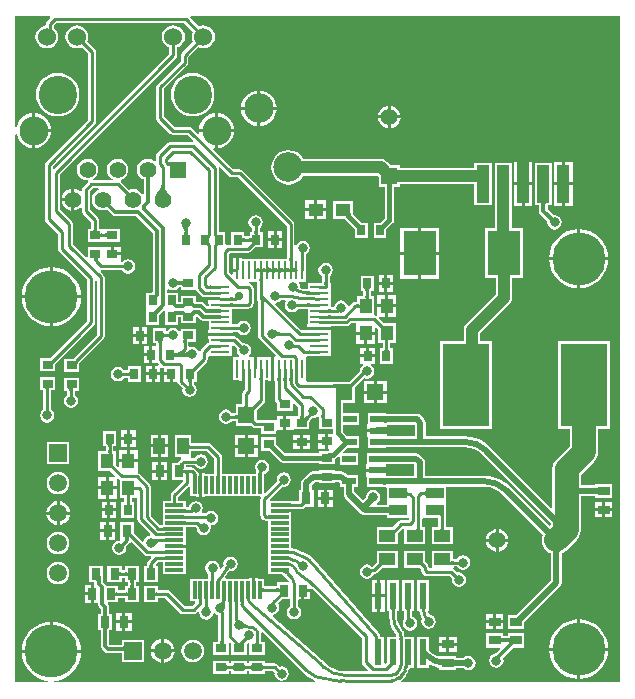
<source format=gtl>
G04*
G04 #@! TF.GenerationSoftware,Altium Limited,Altium Designer,20.0.13 (296)*
G04*
G04 Layer_Physical_Order=1*
G04 Layer_Color=255*
%FSLAX44Y44*%
%MOMM*%
G71*
G01*
G75*
%ADD10C,0.2500*%
%ADD14C,0.3000*%
%ADD19C,0.2540*%
%ADD20R,10.4500X8.3000*%
%ADD21R,1.0500X3.2000*%
%ADD22R,1.2500X1.1000*%
%ADD23R,0.7000X0.9000*%
%ADD24R,1.0000X0.8000*%
%ADD25R,0.9000X0.7000*%
%ADD26R,0.9000X0.8000*%
%ADD27R,1.4000X1.4000*%
%ADD28R,1.2000X0.6000*%
%ADD29R,1.4000X1.4000*%
%ADD30R,0.2800X1.5600*%
%ADD31R,1.5600X0.2800*%
%ADD32R,4.0000X7.0000*%
%ADD33R,1.1000X1.3000*%
%ADD34R,2.7940X3.8100*%
%ADD35R,0.8000X1.0000*%
%ADD36R,0.3000X1.5000*%
%ADD37R,1.5000X0.3000*%
%ADD38R,1.4000X1.0000*%
%ADD39R,0.6000X2.2000*%
%ADD40R,1.5000X0.9000*%
%ADD41R,1.0000X1.4000*%
%ADD75C,0.5000*%
%ADD76C,0.4000*%
%ADD77C,1.0000*%
%ADD78C,2.0000*%
%ADD79C,1.4000*%
%ADD80C,4.5000*%
%ADD81C,2.5000*%
%ADD82C,3.2500*%
%ADD83C,2.4450*%
%ADD84C,1.5300*%
%ADD85C,1.3980*%
%ADD86R,1.3980X1.3980*%
%ADD87C,1.5000*%
%ADD88R,1.5000X1.5000*%
%ADD89R,1.5000X1.5000*%
%ADD90C,0.8000*%
%ADD91C,0.7000*%
G36*
X515432Y3569D02*
X330759D01*
X330351Y4771D01*
X330833Y5142D01*
X330805Y5170D01*
X330805Y5170D01*
X333306Y7671D01*
X333307Y7670D01*
X333320Y7680D01*
X334572Y9311D01*
X334608Y9399D01*
X334637Y9433D01*
X336375Y12558D01*
X336391Y12563D01*
X336391D01*
X337445Y15108D01*
X337560Y15980D01*
X337567Y16000D01*
X341350D01*
Y42000D01*
X333189D01*
X333082Y45115D01*
X332946Y45693D01*
X332830Y46276D01*
X332798Y46324D01*
X332785Y46381D01*
X332438Y46863D01*
X332108Y47358D01*
X331309Y48297D01*
X329914Y49996D01*
X328296Y53024D01*
X327299Y56310D01*
X326970Y59655D01*
X326984Y59727D01*
Y64000D01*
X328650D01*
Y90000D01*
X318650D01*
Y64000D01*
X320316D01*
Y59727D01*
X320263D01*
X320729Y55003D01*
X322107Y50461D01*
X324344Y46274D01*
X326459Y43698D01*
X326486Y42913D01*
X325603Y42000D01*
X318650D01*
Y20715D01*
X317220Y19285D01*
X315950Y19811D01*
Y42000D01*
X313769D01*
X313524Y42060D01*
X313429Y42086D01*
X312593Y42328D01*
X312153Y44539D01*
X311131Y46068D01*
X311066Y46180D01*
X254933Y109287D01*
X254821Y109371D01*
X254517Y109767D01*
X252316Y111457D01*
X251322Y111868D01*
X251049Y112051D01*
X241170Y116147D01*
X240030Y116669D01*
X240009Y116683D01*
X237798Y117123D01*
X237000Y118066D01*
Y125250D01*
Y135250D01*
Y144710D01*
X237540D01*
Y147480D01*
X227500D01*
Y150020D01*
X237540D01*
Y150416D01*
X245750D01*
X247026Y150670D01*
X248107Y151392D01*
X248965Y152250D01*
X256250D01*
Y166250D01*
X254838D01*
Y170599D01*
X257400Y173162D01*
X261000D01*
Y172250D01*
X274000D01*
Y173162D01*
X277600D01*
X278250Y172511D01*
Y168750D01*
X281662D01*
Y163250D01*
X282011Y161494D01*
X283006Y160006D01*
X296756Y146256D01*
X298244Y145261D01*
X300000Y144912D01*
X318250D01*
Y143000D01*
X337166D01*
Y141131D01*
X336932Y140897D01*
X330563D01*
X329287Y140643D01*
X328205Y139920D01*
X323035Y134750D01*
X309750D01*
Y120750D01*
X327750D01*
Y130035D01*
X331480Y133765D01*
X332750Y133239D01*
Y120750D01*
X350750D01*
Y134750D01*
X348374D01*
Y142093D01*
X349250Y143000D01*
X349644Y143000D01*
X361916D01*
Y134750D01*
X356250D01*
Y120750D01*
X374250D01*
Y134750D01*
X368584D01*
Y146000D01*
X368330Y147276D01*
X368250Y147396D01*
Y155730D01*
X368250Y156000D01*
Y157000D01*
X368250Y157270D01*
Y169162D01*
X401229D01*
X401436Y169203D01*
X405301Y168822D01*
X409217Y167635D01*
X412826Y165706D01*
X415828Y163242D01*
X415945Y163066D01*
X450664Y128347D01*
X450058Y126884D01*
X449646Y123751D01*
X450058Y120618D01*
X451267Y117699D01*
X452750Y115766D01*
Y114750D01*
X453767D01*
X455697Y113269D01*
X457162Y112662D01*
Y89901D01*
X428261Y61000D01*
X420750D01*
Y49000D01*
X434750D01*
Y54511D01*
X464994Y84756D01*
X465989Y86244D01*
X466338Y88000D01*
Y112663D01*
X467801Y113269D01*
X469731Y114750D01*
X470750D01*
Y115635D01*
X479058Y123943D01*
X480982Y126450D01*
X482191Y129369D01*
X482604Y132502D01*
Y140500D01*
Y161162D01*
X494750D01*
Y159750D01*
X508750D01*
Y171750D01*
X494750D01*
Y170338D01*
X482604D01*
Y179237D01*
X493809Y190441D01*
X495732Y192948D01*
X496941Y195867D01*
X497354Y199000D01*
Y218250D01*
X507250D01*
Y292250D01*
X463250D01*
Y218250D01*
X473147D01*
Y204014D01*
X461941Y192808D01*
X460018Y190302D01*
X458809Y187383D01*
X458396Y184250D01*
Y166000D01*
Y151751D01*
X457223Y151265D01*
X405434Y203055D01*
X405437Y203058D01*
X401858Y206114D01*
X397845Y208573D01*
X393497Y210375D01*
X388921Y211473D01*
X384229Y211842D01*
Y211838D01*
X351338D01*
Y223321D01*
X350989Y225077D01*
X349994Y226565D01*
X347065Y229494D01*
X345577Y230489D01*
X343821Y230838D01*
X318624D01*
X318000Y230870D01*
Y231250D01*
X316013D01*
X315970Y231259D01*
X315926Y231250D01*
X302000D01*
Y222290D01*
X301460D01*
Y218020D01*
X310000D01*
X315970D01*
Y219720D01*
X316019Y219654D01*
X316169Y219596D01*
X316420Y219544D01*
X316770Y219499D01*
X317770Y219430D01*
X318540Y219417D01*
Y221609D01*
X319376Y221662D01*
X341921D01*
X342162Y221421D01*
Y211838D01*
X318540D01*
Y214274D01*
X316770Y214161D01*
X316420Y214084D01*
X316169Y213995D01*
X316019Y213894D01*
X315970Y213780D01*
Y215480D01*
X310000D01*
X301460D01*
Y211210D01*
X302000D01*
Y202250D01*
X318000D01*
Y202662D01*
X384229D01*
X384436Y202703D01*
X388301Y202322D01*
X392217Y201135D01*
X395826Y199206D01*
X398828Y196742D01*
X398945Y196566D01*
X456912Y138600D01*
Y136873D01*
X455642Y136347D01*
X422434Y169555D01*
X422437Y169558D01*
X418858Y172614D01*
X414845Y175074D01*
X410497Y176875D01*
X405921Y177973D01*
X401229Y178342D01*
Y178338D01*
X350588D01*
Y189821D01*
X350239Y191577D01*
X349244Y193065D01*
X346315Y195994D01*
X344827Y196989D01*
X343071Y197338D01*
X317874D01*
X317250Y197370D01*
Y197750D01*
X315263D01*
X315219Y197759D01*
X315176Y197750D01*
X301250D01*
Y188790D01*
X300710D01*
Y184520D01*
X309250D01*
X315219D01*
Y186220D01*
X315270Y186154D01*
X315420Y186096D01*
X315669Y186044D01*
X316019Y185999D01*
X317020Y185930D01*
X317790Y185917D01*
Y188109D01*
X318626Y188162D01*
X341171D01*
X341412Y187921D01*
Y178338D01*
X317874D01*
X317790Y178342D01*
Y180774D01*
X316019Y180661D01*
X315669Y180584D01*
X315420Y180494D01*
X315270Y180393D01*
X315219Y180280D01*
Y181980D01*
X309250D01*
X300710D01*
Y177710D01*
X301250D01*
Y168750D01*
X315176D01*
X315219Y168741D01*
X315263Y168750D01*
X317250D01*
X318250Y168098D01*
Y157000D01*
X318250D01*
Y156000D01*
X318250D01*
Y154088D01*
X310240D01*
X309854Y155358D01*
X311076Y156174D01*
X312402Y158159D01*
X312868Y160500D01*
X312402Y162841D01*
X311076Y164826D01*
X309091Y166152D01*
X306750Y166618D01*
X304409Y166152D01*
X302424Y164826D01*
X301098Y162841D01*
X300632Y160500D01*
X300706Y160132D01*
X298281Y157708D01*
X290838Y165151D01*
Y168750D01*
X294250D01*
Y178750D01*
X284989D01*
X282744Y180994D01*
X281256Y181989D01*
X279500Y182338D01*
X274000D01*
Y183250D01*
X261000D01*
Y182338D01*
X255500D01*
X253744Y181989D01*
X252256Y180994D01*
X247006Y175744D01*
X246011Y174256D01*
X245662Y172500D01*
Y166250D01*
X244250D01*
Y157084D01*
X237000D01*
Y157250D01*
X235013D01*
X234970Y157259D01*
X234926Y157250D01*
X219511D01*
X218985Y158520D01*
X229830Y169365D01*
X231000Y169132D01*
X233341Y169598D01*
X235326Y170924D01*
X236652Y172909D01*
X237118Y175250D01*
X236652Y177591D01*
X235326Y179576D01*
X233341Y180902D01*
X231000Y181367D01*
X228659Y180902D01*
X226674Y179576D01*
X225348Y177591D01*
X224883Y175250D01*
X225115Y174080D01*
X215173Y164138D01*
X214000Y164624D01*
Y178176D01*
X214009Y178220D01*
X214000Y178263D01*
Y179881D01*
X215091Y180098D01*
X217076Y181424D01*
X218402Y183409D01*
X218867Y185750D01*
X218402Y188091D01*
X217076Y190076D01*
X215091Y191402D01*
X212750Y191868D01*
X210409Y191402D01*
X208424Y190076D01*
X207098Y188091D01*
X206632Y185750D01*
X207098Y183409D01*
X207363Y183013D01*
X207166Y182022D01*
Y180250D01*
X178834D01*
Y194500D01*
X178580Y195776D01*
X177857Y196857D01*
X169608Y205107D01*
X168526Y205830D01*
X167250Y206084D01*
X152750D01*
Y212750D01*
X138750D01*
Y194750D01*
X143826D01*
X144031Y194499D01*
X143860Y192857D01*
X142373Y191370D01*
X141650Y190288D01*
X141443Y189250D01*
X136000D01*
Y175250D01*
X145416D01*
Y173631D01*
X136143Y164357D01*
X135420Y163276D01*
X135166Y162000D01*
Y157250D01*
X129000D01*
Y145250D01*
Y137084D01*
X126061D01*
X118370Y144776D01*
Y169339D01*
X118116Y170615D01*
X117393Y171696D01*
X108712Y180378D01*
X107814Y180978D01*
X107540Y182210D01*
X107540D01*
X107540Y182210D01*
Y189980D01*
X99500D01*
X91460D01*
Y186664D01*
X90287Y186178D01*
X89000Y187465D01*
Y199750D01*
X86834D01*
Y203250D01*
X89000D01*
Y216250D01*
X78000D01*
Y203250D01*
X80166D01*
Y199750D01*
X74000D01*
Y182750D01*
X84285D01*
X88475Y178560D01*
X87949Y177290D01*
X82770D01*
Y169520D01*
X89540D01*
Y175699D01*
X90810Y176225D01*
X91372Y175662D01*
X92000Y175243D01*
Y159750D01*
X96166D01*
Y156000D01*
X93250D01*
Y143000D01*
X104250D01*
Y156000D01*
X102834D01*
Y159750D01*
X107000D01*
X107162Y158547D01*
Y141514D01*
X107415Y140239D01*
X108138Y139157D01*
X118101Y129194D01*
X117683Y127816D01*
X116271Y127535D01*
X114286Y126209D01*
X112960Y124225D01*
X112682Y122829D01*
X111304Y122411D01*
X104000Y129715D01*
Y139000D01*
X92000D01*
Y125000D01*
X92000D01*
X92278Y123730D01*
X92111Y123527D01*
X91734Y123602D01*
X89393Y123136D01*
X87409Y121810D01*
X86082Y119825D01*
X85617Y117484D01*
X86082Y115143D01*
X87409Y113159D01*
X89393Y111832D01*
X91734Y111367D01*
X94075Y111832D01*
X96060Y113159D01*
X97386Y115143D01*
X97852Y117484D01*
X97619Y118654D01*
X100358Y121392D01*
X100653Y121835D01*
X102199Y122086D01*
X112893Y111392D01*
X113974Y110670D01*
X115250Y110416D01*
X118292D01*
X118778Y109243D01*
X116143Y106608D01*
X115420Y105526D01*
X115166Y104250D01*
Y102250D01*
X112500D01*
Y88250D01*
X124500D01*
Y102250D01*
X123011D01*
X122485Y103520D01*
X124381Y105416D01*
X129000D01*
Y95250D01*
X148000D01*
Y105250D01*
Y114710D01*
X148540D01*
Y117480D01*
X138500D01*
Y120020D01*
X148540D01*
Y122790D01*
X148000D01*
Y135416D01*
X155892D01*
X157151Y134156D01*
X157598Y131909D01*
X158924Y129924D01*
X160909Y128598D01*
X163250Y128132D01*
X165591Y128598D01*
X167576Y129924D01*
X168902Y131909D01*
X169368Y134250D01*
X169137Y135410D01*
X169500Y136632D01*
X171841Y137098D01*
X173826Y138424D01*
X175152Y140409D01*
X175618Y142750D01*
X175152Y145091D01*
X173826Y147076D01*
X171841Y148402D01*
X169500Y148868D01*
X167159Y148402D01*
X165174Y147076D01*
X165026Y146854D01*
X162280D01*
X161681Y147974D01*
X162152Y148679D01*
X162617Y151020D01*
X162152Y153361D01*
X160826Y155346D01*
X158841Y156672D01*
X156500Y157137D01*
X154159Y156672D01*
X152174Y155346D01*
X150848Y153361D01*
X150594Y152084D01*
X148000D01*
Y157250D01*
X141834D01*
Y160619D01*
X150730Y169515D01*
X152000Y168989D01*
Y161250D01*
X156460D01*
Y160710D01*
X159230D01*
Y170750D01*
Y180790D01*
X158677D01*
X158580Y181276D01*
X157858Y182358D01*
X155608Y184608D01*
X154526Y185330D01*
X153250Y185584D01*
X148064D01*
Y187166D01*
X155762D01*
X156424Y186174D01*
X158409Y184848D01*
X160750Y184382D01*
X163091Y184848D01*
X165076Y186174D01*
X166402Y188159D01*
X166868Y190500D01*
X166402Y192841D01*
X165076Y194826D01*
X163091Y196152D01*
X160750Y196618D01*
X158409Y196152D01*
X156424Y194826D01*
X155762Y193834D01*
X153605D01*
X152750Y194750D01*
Y199416D01*
X165869D01*
X172166Y193119D01*
Y180250D01*
X164540D01*
Y180790D01*
X161770D01*
Y170750D01*
Y160710D01*
X164540D01*
Y161250D01*
X210710D01*
X211417Y160031D01*
X211411Y159980D01*
X211166Y158750D01*
Y145250D01*
X211420Y143974D01*
X212143Y142893D01*
X213643Y141392D01*
X214724Y140670D01*
X216000Y140416D01*
X218000D01*
Y135250D01*
Y125250D01*
Y115250D01*
Y105250D01*
Y95250D01*
X228515D01*
X229471Y95060D01*
X231066Y93994D01*
X231117Y93918D01*
X235515Y89520D01*
X235027Y88343D01*
X234927Y88250D01*
X225000D01*
Y85084D01*
X214000D01*
Y91250D01*
X209540D01*
Y91790D01*
X206770D01*
Y81750D01*
X204230D01*
Y91790D01*
X201460D01*
Y91250D01*
X181815D01*
X181224Y92374D01*
X184984Y97848D01*
X185983Y97649D01*
X188324Y98115D01*
X190309Y99441D01*
X191635Y101426D01*
X192101Y103767D01*
X191635Y106108D01*
X190309Y108092D01*
X188324Y109419D01*
X185983Y109884D01*
X183642Y109419D01*
X181658Y108092D01*
X180331Y106108D01*
X179866Y103767D01*
X180128Y102450D01*
X180123Y102443D01*
X179903Y102229D01*
X178007Y99468D01*
X176812Y99972D01*
X176868Y100250D01*
X176402Y102591D01*
X175076Y104576D01*
X173091Y105902D01*
X170750Y106368D01*
X168409Y105902D01*
X166424Y104576D01*
X165098Y102591D01*
X164632Y100250D01*
X165098Y97909D01*
X166424Y95924D01*
X167166Y95429D01*
Y91250D01*
X152000D01*
Y72250D01*
X155739D01*
X156265Y70980D01*
X153369Y68084D01*
X146881D01*
X134358Y80608D01*
X133276Y81330D01*
X132000Y81584D01*
X124500D01*
Y85250D01*
X112500D01*
Y71250D01*
X124500D01*
Y74916D01*
X130619D01*
X143142Y62393D01*
X144224Y61670D01*
X145500Y61416D01*
X154750D01*
X156026Y61670D01*
X157107Y62393D01*
X158242Y63527D01*
X159413Y62902D01*
X159382Y62750D01*
X159848Y60409D01*
X161174Y58424D01*
X163159Y57098D01*
X165500Y56632D01*
X167841Y57098D01*
X169826Y58424D01*
X171152Y60409D01*
X171383Y61571D01*
X172674Y61924D01*
X174659Y60598D01*
X175166Y60497D01*
Y37750D01*
X171500D01*
Y26750D01*
X184500D01*
Y36937D01*
X185770Y37463D01*
X186750Y36483D01*
Y35771D01*
X186741Y35728D01*
X186750Y35684D01*
Y35632D01*
X186745Y35596D01*
X186750Y35577D01*
Y26750D01*
X199750D01*
Y36161D01*
X200966Y37185D01*
X201230Y37132D01*
X202000Y36500D01*
Y26750D01*
X215000D01*
Y37750D01*
X211834D01*
Y45405D01*
X213104Y45931D01*
X247703Y11332D01*
X247703Y11332D01*
X247686Y11315D01*
X251117Y8384D01*
X254965Y6026D01*
X257831Y4839D01*
X257579Y3569D01*
X36848D01*
X36786Y4839D01*
X39159Y5072D01*
X43879Y6504D01*
X48229Y8829D01*
X52042Y11958D01*
X55171Y15771D01*
X57496Y20121D01*
X58928Y24841D01*
X59286Y28480D01*
X9214D01*
X9572Y24841D01*
X11004Y20121D01*
X13329Y15771D01*
X16458Y11958D01*
X20271Y8829D01*
X24621Y6504D01*
X29341Y5072D01*
X31714Y4839D01*
X31652Y3569D01*
X3569D01*
Y467371D01*
X4839Y467559D01*
X5593Y465072D01*
X6964Y462507D01*
X8809Y460259D01*
X11057Y458414D01*
X13622Y457043D01*
X16406Y456199D01*
X18030Y456039D01*
Y470750D01*
Y485461D01*
X16406Y485301D01*
X13622Y484457D01*
X11057Y483086D01*
X8809Y481241D01*
X6964Y478993D01*
X5593Y476428D01*
X4839Y473941D01*
X3569Y474129D01*
Y567681D01*
X32908D01*
X33434Y566411D01*
X30584Y563561D01*
X29861Y562480D01*
X29607Y561204D01*
Y559866D01*
X27981Y559652D01*
X25633Y558679D01*
X23617Y557132D01*
X22071Y555117D01*
X21098Y552769D01*
X20767Y550250D01*
X21098Y547731D01*
X22071Y545383D01*
X23617Y543368D01*
X25633Y541821D01*
X27981Y540848D01*
X30500Y540517D01*
X33019Y540848D01*
X35367Y541821D01*
X37382Y543368D01*
X38929Y545383D01*
X39902Y547731D01*
X40233Y550250D01*
X39902Y552769D01*
X38929Y555117D01*
X37382Y557132D01*
X36275Y557982D01*
Y559823D01*
X38369Y561916D01*
X146619D01*
X154233Y554302D01*
X153598Y552769D01*
X153267Y550250D01*
X153598Y547731D01*
X154233Y546198D01*
X144642Y536608D01*
X143920Y535526D01*
X143666Y534250D01*
Y529631D01*
X123643Y509608D01*
X122920Y508526D01*
X122666Y507250D01*
Y481500D01*
X122920Y480224D01*
X123643Y479142D01*
X134642Y468143D01*
X135724Y467420D01*
X137000Y467166D01*
X149619D01*
X154246Y462539D01*
X154021Y461800D01*
X153671Y461318D01*
X135094D01*
X133826Y461066D01*
X132750Y460348D01*
X123747Y451344D01*
X123029Y450269D01*
X122776Y449001D01*
Y445368D01*
X121506Y444741D01*
X120384Y445603D01*
X118197Y446509D01*
X115850Y446818D01*
X113503Y446509D01*
X111316Y445603D01*
X109438Y444162D01*
X107997Y442284D01*
X107091Y440097D01*
X106782Y437750D01*
X107091Y435403D01*
X107997Y433216D01*
X109438Y431338D01*
X111316Y429897D01*
X112281Y429497D01*
Y417115D01*
X111011Y416863D01*
X111003Y416884D01*
X109562Y418762D01*
X107684Y420203D01*
X105497Y421109D01*
X103150Y421418D01*
X100803Y421109D01*
X100134Y420831D01*
X93357Y427607D01*
X93074Y427797D01*
X93054Y427885D01*
X93276Y429190D01*
X94984Y429897D01*
X96862Y431338D01*
X98303Y433216D01*
X99209Y435403D01*
X99518Y437750D01*
X99209Y440097D01*
X98303Y442284D01*
X96862Y444162D01*
X94984Y445603D01*
X92797Y446509D01*
X90450Y446818D01*
X88103Y446509D01*
X85916Y445603D01*
X84038Y444162D01*
X82597Y442284D01*
X81691Y440097D01*
X81382Y437750D01*
X81691Y435403D01*
X82597Y433216D01*
X84038Y431338D01*
X85916Y429897D01*
X86020Y429854D01*
X85768Y428584D01*
X69732D01*
X69479Y429854D01*
X69584Y429897D01*
X71462Y431338D01*
X72903Y433216D01*
X73809Y435403D01*
X74118Y437750D01*
X73809Y440097D01*
X72903Y442284D01*
X71462Y444162D01*
X69584Y445603D01*
X67397Y446509D01*
X65050Y446818D01*
X62703Y446509D01*
X60516Y445603D01*
X58638Y444162D01*
X57197Y442284D01*
X56291Y440097D01*
X55982Y437750D01*
X56291Y435403D01*
X57197Y433216D01*
X58638Y431338D01*
X60516Y429897D01*
X62703Y428991D01*
X64979Y428692D01*
X65337Y428161D01*
X65349Y428139D01*
X65495Y427460D01*
X61143Y423107D01*
X60420Y422026D01*
X60166Y420750D01*
Y419729D01*
X58896Y419339D01*
X57156Y420674D01*
X54838Y421635D01*
X53620Y421795D01*
Y412350D01*
Y402905D01*
X54838Y403065D01*
X57156Y404026D01*
X58896Y405361D01*
X60166Y404972D01*
Y402750D01*
X60420Y401474D01*
X61143Y400392D01*
X68166Y393369D01*
Y387750D01*
X65000D01*
Y376750D01*
X78000D01*
Y376750D01*
X79250D01*
Y376750D01*
X92250D01*
Y387750D01*
X79250D01*
Y387750D01*
X78000D01*
Y387750D01*
X74834D01*
Y394750D01*
X74580Y396026D01*
X73857Y397108D01*
X66834Y404131D01*
Y419369D01*
X69381Y421916D01*
X74034D01*
X74286Y420646D01*
X73216Y420203D01*
X71338Y418762D01*
X69897Y416884D01*
X68991Y414697D01*
X68682Y412350D01*
X68991Y410003D01*
X69897Y407816D01*
X71338Y405938D01*
X73216Y404497D01*
X75403Y403591D01*
X77750Y403282D01*
X80097Y403591D01*
X81062Y403991D01*
X85717Y399337D01*
X86874Y398563D01*
X88240Y398291D01*
X105853D01*
X119891Y384253D01*
Y333822D01*
X119875Y333639D01*
X119852Y333500D01*
X114500D01*
Y320500D01*
X114500D01*
Y319250D01*
X114500D01*
X114500Y319230D01*
Y306250D01*
X125500D01*
Y314203D01*
X129327Y318030D01*
X130500Y317544D01*
Y306250D01*
X141500D01*
Y313036D01*
X143428D01*
X143611Y313020D01*
X143750Y312997D01*
Y307750D01*
X156750D01*
Y312657D01*
X158020Y313008D01*
X160302Y310727D01*
X161459Y309953D01*
X162825Y309681D01*
X167650D01*
Y302190D01*
X167110D01*
Y299520D01*
X177450D01*
X187790D01*
Y300041D01*
X192095D01*
X192674Y299174D01*
X194659Y297848D01*
X197000Y297383D01*
X199341Y297848D01*
X201326Y299174D01*
X202652Y301159D01*
X203118Y303500D01*
X202652Y305841D01*
X201326Y307826D01*
X199341Y309152D01*
X197000Y309618D01*
X194659Y309152D01*
X192674Y307826D01*
X191928Y306709D01*
X187250D01*
Y319916D01*
X200762D01*
X202038Y320170D01*
X203120Y320892D01*
X204608Y322380D01*
X205330Y323462D01*
X205584Y324738D01*
Y336737D01*
X205330Y338013D01*
X204608Y339095D01*
X203120Y340582D01*
X202038Y341305D01*
X201159Y341480D01*
X201284Y342750D01*
X208416D01*
Y328000D01*
X208670Y326724D01*
X208916Y326356D01*
Y297219D01*
X209170Y295943D01*
X209893Y294861D01*
X224290Y280463D01*
X223804Y279290D01*
X223020D01*
Y268950D01*
Y258610D01*
X223416D01*
Y243250D01*
X223670Y241974D01*
X224393Y240893D01*
X225500Y239785D01*
Y233500D01*
X238500D01*
Y239376D01*
X239673Y239862D01*
X242916Y236619D01*
Y228750D01*
X240190D01*
X239040Y229040D01*
X238600Y229040D01*
X233270D01*
Y223000D01*
Y216960D01*
X239040Y216960D01*
X239983Y217750D01*
X240310Y217750D01*
X252750D01*
Y224002D01*
X252964Y225184D01*
X252979Y225193D01*
X253033Y225274D01*
X253240Y225548D01*
X253755Y226144D01*
X254614Y227140D01*
X255359Y226992D01*
X257700Y227458D01*
X259416Y228604D01*
X260686Y228169D01*
Y225730D01*
X260750Y225408D01*
Y218000D01*
X272922D01*
Y214250D01*
X272922Y214250D01*
X272339Y213540D01*
X268520D01*
Y207500D01*
Y201460D01*
X269398D01*
X270077Y200190D01*
X269989Y200058D01*
X269730D01*
X268169Y199748D01*
X267424Y199250D01*
X261000D01*
Y197828D01*
X232189D01*
X224750Y205268D01*
Y211500D01*
X211750D01*
Y199500D01*
X218982D01*
X227616Y190866D01*
X227616Y190866D01*
X228939Y189982D01*
X230500Y189672D01*
X230500Y189672D01*
X261000D01*
Y188250D01*
X274000D01*
Y192154D01*
X274291Y192212D01*
X275614Y193096D01*
X277077Y194559D01*
X278250Y194073D01*
Y187750D01*
X294250D01*
Y197750D01*
X281927D01*
X281441Y198923D01*
X284768Y202250D01*
X295000D01*
Y212250D01*
X284768D01*
X281078Y215939D01*
Y221250D01*
X295000D01*
Y231250D01*
X281078D01*
Y240250D01*
X291000D01*
Y253535D01*
X298802Y261337D01*
X299159Y261098D01*
X301500Y260632D01*
X303841Y261098D01*
X305826Y262424D01*
X307152Y264409D01*
X307617Y266750D01*
X307152Y269091D01*
X305826Y271076D01*
X304907Y271690D01*
X305292Y272960D01*
X308040D01*
Y278730D01*
X302000D01*
X295960D01*
Y272960D01*
X297708D01*
X298093Y271690D01*
X297174Y271076D01*
X295848Y269091D01*
X295531Y267496D01*
X286285Y258250D01*
X275060D01*
X275015Y258259D01*
X274977Y258251D01*
X274939Y258257D01*
X274791Y258250D01*
X273000D01*
Y258169D01*
X272997Y258169D01*
X250848D01*
X250150Y259150D01*
Y278750D01*
X250150D01*
X250248Y279204D01*
X251250Y279850D01*
X253237D01*
X253281Y279841D01*
X253324Y279850D01*
X270850D01*
Y289850D01*
Y299310D01*
X271390D01*
Y301980D01*
X261050D01*
X250710D01*
Y301584D01*
X245881D01*
X223719Y323746D01*
X224302Y324959D01*
X226309Y325358D01*
X228294Y326684D01*
X228779Y327411D01*
X232090Y327238D01*
X232660Y326102D01*
X232147Y325336D01*
X231682Y322994D01*
X232147Y320653D01*
X233473Y318669D01*
X235458Y317342D01*
X237799Y316877D01*
X240140Y317342D01*
X242125Y318669D01*
X242875Y319791D01*
X251250D01*
Y307190D01*
X250710D01*
Y304520D01*
X261050D01*
X271390D01*
Y304916D01*
X283952D01*
X285228Y305170D01*
X286309Y305893D01*
X288333Y307916D01*
X292210D01*
Y300520D01*
X300250D01*
X308290D01*
Y303836D01*
X309463Y304322D01*
X310750Y303035D01*
Y290750D01*
X314666D01*
Y286500D01*
X312500D01*
Y273500D01*
X323500D01*
Y286500D01*
X321334D01*
Y290750D01*
X325750D01*
Y307750D01*
X315465D01*
X311275Y311940D01*
X311801Y313210D01*
X316980D01*
Y320980D01*
X310210D01*
Y314732D01*
X308940Y314054D01*
X308526Y314330D01*
X307750Y314485D01*
Y330750D01*
X304834D01*
Y335000D01*
X307000D01*
Y348000D01*
X296000D01*
Y335000D01*
X298166D01*
Y330750D01*
X292750D01*
Y325584D01*
X291531D01*
X290256Y325330D01*
X289174Y324608D01*
X286729Y322162D01*
X285513Y322531D01*
X285402Y323091D01*
X284076Y325076D01*
X282091Y326402D01*
X279750Y326867D01*
X277409Y326402D01*
X275424Y325076D01*
X274098Y323091D01*
X273798Y321584D01*
X270850D01*
Y329850D01*
Y339587D01*
X270859Y339632D01*
X270850Y339674D01*
Y341650D01*
X269834D01*
Y347898D01*
X270826Y348560D01*
X272152Y350545D01*
X272617Y352886D01*
X272152Y355227D01*
X270826Y357212D01*
X268841Y358538D01*
X266500Y359004D01*
X264159Y358538D01*
X262174Y357212D01*
X260848Y355227D01*
X260382Y352886D01*
X260848Y350545D01*
X262174Y348560D01*
X263166Y347898D01*
Y341650D01*
X251250D01*
Y336697D01*
X250149Y336577D01*
X249987Y336567D01*
X246871Y336977D01*
X244832Y337821D01*
X244867Y338000D01*
X244402Y340341D01*
X243641Y341480D01*
X244320Y342750D01*
X250150D01*
Y352378D01*
X250209Y352675D01*
Y366428D01*
X251326Y367174D01*
X252652Y369159D01*
X253118Y371500D01*
X252652Y373841D01*
X251326Y375826D01*
X249341Y377152D01*
X247000Y377617D01*
X244659Y377152D01*
X242674Y375826D01*
X241348Y373841D01*
X240084Y373996D01*
Y391500D01*
X239830Y392776D01*
X239107Y393857D01*
X195982Y436982D01*
X194901Y437705D01*
X193625Y437959D01*
X188256D01*
X171291Y454924D01*
X171868Y456143D01*
X172930Y456039D01*
Y469480D01*
X159489D01*
X159593Y468418D01*
X158374Y467841D01*
X153357Y472858D01*
X152276Y473580D01*
X151000Y473834D01*
X138381D01*
X129334Y482881D01*
Y505869D01*
X149358Y525892D01*
X150080Y526974D01*
X150334Y528250D01*
Y532869D01*
X158948Y541483D01*
X160481Y540848D01*
X163000Y540517D01*
X165519Y540848D01*
X167867Y541821D01*
X169883Y543368D01*
X171429Y545383D01*
X172402Y547731D01*
X172733Y550250D01*
X172402Y552769D01*
X171429Y555117D01*
X169883Y557132D01*
X167867Y558679D01*
X165519Y559652D01*
X163000Y559983D01*
X160481Y559652D01*
X158948Y559017D01*
X151554Y566411D01*
X152080Y567681D01*
X515431D01*
X515432Y3569D01*
D02*
G37*
G36*
X134321Y440950D02*
X134304Y441034D01*
X134252Y441110D01*
X134166Y441177D01*
X134045Y441235D01*
X133889Y441284D01*
X133699Y441324D01*
X133475Y441355D01*
X132922Y441391D01*
X132594Y441395D01*
Y443896D01*
X132922Y443900D01*
X133699Y443967D01*
X133889Y444007D01*
X134045Y444056D01*
X134166Y444114D01*
X134252Y444181D01*
X134304Y444257D01*
X134321Y444342D01*
Y440950D01*
D02*
G37*
G36*
X129843Y424284D02*
X129973Y423685D01*
X130190Y423020D01*
X130493Y422291D01*
X130883Y421497D01*
X131923Y419715D01*
X132573Y418727D01*
X134133Y416556D01*
X122967D01*
X123791Y417674D01*
X125740Y420639D01*
X126217Y421497D01*
X126910Y423020D01*
X127127Y423685D01*
X127257Y424284D01*
X127300Y424819D01*
X129800D01*
X129843Y424284D01*
D02*
G37*
G36*
X72783Y387777D02*
X72821Y387345D01*
X72884Y386964D01*
X72973Y386634D01*
X73088Y386354D01*
X73227Y386126D01*
X73392Y385948D01*
X73583Y385821D01*
X73799Y385745D01*
X74040Y385719D01*
X68960D01*
X69201Y385745D01*
X69417Y385821D01*
X69608Y385948D01*
X69773Y386126D01*
X69913Y386354D01*
X70027Y386634D01*
X70116Y386964D01*
X70179Y387345D01*
X70217Y387777D01*
X70230Y388260D01*
X72770D01*
X72783Y387777D01*
D02*
G37*
G36*
X150829Y389587D02*
X150213Y388607D01*
X149963Y388133D01*
X149751Y387669D01*
X149578Y387216D01*
X149443Y386773D01*
X149347Y386340D01*
X149289Y385919D01*
X149270Y385507D01*
X146730D01*
X146711Y385919D01*
X146653Y386340D01*
X146557Y386773D01*
X146422Y387216D01*
X146249Y387669D01*
X146037Y388133D01*
X145787Y388607D01*
X145171Y389587D01*
X144805Y390093D01*
X151195D01*
X150829Y389587D01*
D02*
G37*
G36*
X208783Y385021D02*
X208821Y384584D01*
X208884Y384199D01*
X208973Y383864D01*
X209088Y383582D01*
X209227Y383350D01*
X209392Y383170D01*
X209583Y383042D01*
X209799Y382965D01*
X210040Y382939D01*
X204960D01*
X205201Y382965D01*
X205417Y383042D01*
X205608Y383170D01*
X205773Y383350D01*
X205912Y383582D01*
X206027Y383864D01*
X206116Y384199D01*
X206179Y384584D01*
X206217Y385021D01*
X206230Y385509D01*
X208770D01*
X208783Y385021D01*
D02*
G37*
G36*
X149283Y384521D02*
X149321Y384084D01*
X149384Y383699D01*
X149473Y383364D01*
X149587Y383082D01*
X149727Y382850D01*
X149892Y382670D01*
X150083Y382542D01*
X150299Y382465D01*
X150540Y382439D01*
X145460D01*
X145701Y382465D01*
X145917Y382542D01*
X146108Y382670D01*
X146273Y382850D01*
X146412Y383082D01*
X146527Y383364D01*
X146616Y383699D01*
X146679Y384084D01*
X146717Y384521D01*
X146730Y385009D01*
X149270D01*
X149283Y384521D01*
D02*
G37*
G36*
X81311Y379710D02*
X81285Y379951D01*
X81208Y380167D01*
X81080Y380358D01*
X80900Y380523D01*
X80668Y380662D01*
X80386Y380777D01*
X80051Y380866D01*
X79666Y380929D01*
X79229Y380967D01*
X78741Y380980D01*
Y383520D01*
X79229Y383533D01*
X79666Y383571D01*
X80051Y383634D01*
X80386Y383723D01*
X80668Y383838D01*
X80900Y383977D01*
X81080Y384142D01*
X81208Y384333D01*
X81285Y384549D01*
X81311Y384790D01*
Y379710D01*
D02*
G37*
G36*
X75965Y384549D02*
X76042Y384333D01*
X76170Y384142D01*
X76350Y383977D01*
X76582Y383838D01*
X76864Y383723D01*
X77199Y383634D01*
X77584Y383571D01*
X78021Y383533D01*
X78509Y383520D01*
Y380980D01*
X78021Y380967D01*
X77584Y380929D01*
X77199Y380866D01*
X76864Y380777D01*
X76582Y380662D01*
X76350Y380523D01*
X76170Y380358D01*
X76042Y380167D01*
X75965Y379951D01*
X75939Y379710D01*
Y384790D01*
X75965Y384549D01*
D02*
G37*
G36*
X204280Y375960D02*
X204255Y376201D01*
X204179Y376417D01*
X204052Y376608D01*
X203874Y376773D01*
X203645Y376912D01*
X203366Y377027D01*
X203036Y377116D01*
X202655Y377179D01*
X202223Y377217D01*
X201740Y377230D01*
Y379770D01*
X202223Y379783D01*
X202655Y379821D01*
X203036Y379884D01*
X203366Y379973D01*
X203645Y380088D01*
X203874Y380227D01*
X204052Y380392D01*
X204179Y380583D01*
X204255Y380799D01*
X204280Y381040D01*
Y375960D01*
D02*
G37*
G36*
X195465Y380799D02*
X195542Y380583D01*
X195670Y380392D01*
X195850Y380227D01*
X196082Y380088D01*
X196364Y379973D01*
X196699Y379884D01*
X197084Y379821D01*
X197521Y379783D01*
X198009Y379770D01*
Y377230D01*
X197521Y377217D01*
X197084Y377179D01*
X196699Y377116D01*
X196364Y377027D01*
X196082Y376912D01*
X195850Y376773D01*
X195670Y376608D01*
X195542Y376417D01*
X195465Y376201D01*
X195439Y375960D01*
Y381040D01*
X195465Y380799D01*
D02*
G37*
G36*
X184517Y432267D02*
X185599Y431545D01*
X186875Y431291D01*
X192244D01*
X233416Y390119D01*
Y362350D01*
X195690D01*
Y362890D01*
X193020D01*
Y352550D01*
X191750D01*
Y351280D01*
X187810D01*
Y349040D01*
X186637Y348554D01*
X184334Y350857D01*
Y366369D01*
X185381Y367416D01*
X201000D01*
X202276Y367670D01*
X203358Y368392D01*
X206965Y372000D01*
X213250D01*
Y385000D01*
X210834D01*
Y388179D01*
X211576Y388674D01*
X212902Y390659D01*
X213368Y393000D01*
X212902Y395341D01*
X211576Y397326D01*
X209591Y398652D01*
X207250Y399118D01*
X204909Y398652D01*
X202924Y397326D01*
X201598Y395341D01*
X201133Y393000D01*
X201598Y390659D01*
X202924Y388674D01*
X204166Y387845D01*
Y385000D01*
X202250D01*
Y381834D01*
X197500D01*
Y384500D01*
X186500D01*
Y374084D01*
X184000D01*
X182770Y373839D01*
X182719Y373833D01*
X181500Y374540D01*
Y384500D01*
X175834D01*
Y439155D01*
X176316Y439505D01*
X177054Y439731D01*
X184517Y432267D01*
D02*
G37*
G36*
X248120Y360320D02*
X245380D01*
X245423Y360345D01*
X245461Y360421D01*
X245495Y360548D01*
X245524Y360726D01*
X245549Y360955D01*
X245596Y361945D01*
X245605Y362859D01*
X248145D01*
X248120Y360320D01*
D02*
G37*
G36*
X238120D02*
X235380D01*
X235399Y360345D01*
X235416Y360421D01*
X235431Y360548D01*
X235455Y360955D01*
X235480Y362859D01*
X238020D01*
X238120Y360320D01*
D02*
G37*
G36*
X235380Y353827D02*
X235660Y353820D01*
Y351280D01*
X235380Y351273D01*
Y350010D01*
X235355Y350251D01*
X235279Y350467D01*
X235152Y350658D01*
X234974Y350823D01*
X234746Y350962D01*
X234466Y351077D01*
X234242Y351137D01*
X234014Y351077D01*
X233732Y350962D01*
X233500Y350823D01*
X233320Y350658D01*
X233192Y350467D01*
X233115Y350251D01*
X233089Y350010D01*
Y351273D01*
X232840Y351280D01*
Y353820D01*
X233089Y353826D01*
Y355090D01*
X233115Y354849D01*
X233192Y354633D01*
X233320Y354442D01*
X233500Y354277D01*
X233732Y354137D01*
X234014Y354023D01*
X234242Y353963D01*
X234466Y354023D01*
X234746Y354137D01*
X234974Y354277D01*
X235152Y354442D01*
X235279Y354633D01*
X235355Y354849D01*
X235380Y355090D01*
Y353827D01*
D02*
G37*
G36*
X230380D02*
X230660Y353820D01*
Y351280D01*
X230380Y351273D01*
Y350010D01*
X230355Y350251D01*
X230279Y350467D01*
X230152Y350658D01*
X229974Y350823D01*
X229746Y350962D01*
X229466Y351077D01*
X229242Y351137D01*
X229014Y351077D01*
X228732Y350962D01*
X228500Y350823D01*
X228320Y350658D01*
X228192Y350467D01*
X228115Y350251D01*
X228089Y350010D01*
Y351273D01*
X227840Y351280D01*
Y353820D01*
X228089Y353826D01*
Y355090D01*
X228115Y354849D01*
X228192Y354633D01*
X228320Y354442D01*
X228500Y354277D01*
X228732Y354137D01*
X229014Y354023D01*
X229242Y353963D01*
X229466Y354023D01*
X229746Y354137D01*
X229974Y354277D01*
X230152Y354442D01*
X230279Y354633D01*
X230355Y354849D01*
X230380Y355090D01*
Y353827D01*
D02*
G37*
G36*
X220380D02*
X220660Y353820D01*
Y351280D01*
X220380Y351273D01*
Y350010D01*
X220355Y350251D01*
X220279Y350467D01*
X220152Y350658D01*
X219974Y350823D01*
X219746Y350962D01*
X219466Y351077D01*
X219242Y351137D01*
X219014Y351077D01*
X218732Y350962D01*
X218500Y350823D01*
X218320Y350658D01*
X218192Y350467D01*
X218115Y350251D01*
X218089Y350010D01*
Y351273D01*
X217840Y351280D01*
Y353820D01*
X218089Y353826D01*
Y355090D01*
X218115Y354849D01*
X218192Y354633D01*
X218320Y354442D01*
X218500Y354277D01*
X218732Y354137D01*
X219014Y354023D01*
X219242Y353963D01*
X219466Y354023D01*
X219746Y354137D01*
X219974Y354277D01*
X220152Y354442D01*
X220279Y354633D01*
X220355Y354849D01*
X220380Y355090D01*
Y353827D01*
D02*
G37*
G36*
X210380D02*
X210660Y353820D01*
Y351280D01*
X210380Y351273D01*
Y350010D01*
X210355Y350251D01*
X210279Y350467D01*
X210152Y350658D01*
X209974Y350823D01*
X209746Y350962D01*
X209466Y351077D01*
X209242Y351137D01*
X209014Y351077D01*
X208732Y350962D01*
X208500Y350823D01*
X208320Y350658D01*
X208192Y350467D01*
X208115Y350251D01*
X208089Y350010D01*
Y351273D01*
X207840Y351280D01*
Y353820D01*
X208089Y353826D01*
Y355090D01*
X208115Y354849D01*
X208192Y354633D01*
X208320Y354442D01*
X208500Y354277D01*
X208732Y354137D01*
X209014Y354023D01*
X209242Y353963D01*
X209466Y354023D01*
X209746Y354137D01*
X209974Y354277D01*
X210152Y354442D01*
X210279Y354633D01*
X210355Y354849D01*
X210380Y355090D01*
Y353827D01*
D02*
G37*
G36*
X240380D02*
X240660Y353820D01*
Y351280D01*
X240380Y351273D01*
Y350010D01*
X240355Y350251D01*
X240279Y350467D01*
X240152Y350658D01*
X239974Y350823D01*
X239746Y350962D01*
X239466Y351077D01*
X239242Y351137D01*
X239014Y351077D01*
X238732Y350962D01*
X238500Y350823D01*
X238320Y350658D01*
X238192Y350467D01*
X238115Y350251D01*
X238089Y350010D01*
Y351273D01*
X237840Y351280D01*
Y353820D01*
X238089Y353826D01*
Y355090D01*
X238115Y354849D01*
X238192Y354633D01*
X238320Y354442D01*
X238500Y354277D01*
X238732Y354137D01*
X239014Y354023D01*
X239242Y353963D01*
X239466Y354023D01*
X239746Y354137D01*
X239974Y354277D01*
X240152Y354442D01*
X240279Y354633D01*
X240355Y354849D01*
X240380Y355090D01*
Y353827D01*
D02*
G37*
G36*
X225380D02*
X225660Y353820D01*
Y351280D01*
X225380Y351273D01*
Y350010D01*
X225355Y350251D01*
X225279Y350467D01*
X225152Y350658D01*
X224974Y350823D01*
X224746Y350962D01*
X224466Y351077D01*
X224242Y351137D01*
X224014Y351077D01*
X223732Y350962D01*
X223500Y350823D01*
X223320Y350658D01*
X223192Y350467D01*
X223115Y350251D01*
X223089Y350010D01*
Y351273D01*
X222840Y351280D01*
Y353820D01*
X223089Y353826D01*
Y355090D01*
X223115Y354849D01*
X223192Y354633D01*
X223320Y354442D01*
X223500Y354277D01*
X223732Y354137D01*
X224014Y354023D01*
X224242Y353963D01*
X224466Y354023D01*
X224746Y354137D01*
X224974Y354277D01*
X225152Y354442D01*
X225279Y354633D01*
X225355Y354849D01*
X225380Y355090D01*
Y353827D01*
D02*
G37*
G36*
X215380D02*
X215660Y353820D01*
Y351280D01*
X215380Y351273D01*
Y350010D01*
X215355Y350251D01*
X215279Y350467D01*
X215152Y350658D01*
X214974Y350823D01*
X214746Y350962D01*
X214466Y351077D01*
X214242Y351137D01*
X214014Y351077D01*
X213732Y350962D01*
X213500Y350823D01*
X213320Y350658D01*
X213192Y350467D01*
X213115Y350251D01*
X213089Y350010D01*
Y351273D01*
X212840Y351280D01*
Y353820D01*
X213089Y353826D01*
Y355090D01*
X213115Y354849D01*
X213192Y354633D01*
X213320Y354442D01*
X213500Y354277D01*
X213732Y354137D01*
X214014Y354023D01*
X214242Y353963D01*
X214466Y354023D01*
X214746Y354137D01*
X214974Y354277D01*
X215152Y354442D01*
X215279Y354633D01*
X215355Y354849D01*
X215380Y355090D01*
Y353827D01*
D02*
G37*
G36*
X213101Y344755D02*
X213084Y344679D01*
X213069Y344552D01*
X213045Y344146D01*
X213020Y342240D01*
X210480D01*
X210380Y344781D01*
X213120D01*
X213101Y344755D01*
D02*
G37*
G36*
X267780Y341677D02*
X267864Y340864D01*
X267938Y340534D01*
X268032Y340255D01*
X268148Y340026D01*
X268284Y339848D01*
X268442Y339721D01*
X268620Y339645D01*
X268820Y339619D01*
X263960Y339589D01*
X264201Y339616D01*
X264417Y339694D01*
X264608Y339824D01*
X264773Y340004D01*
X264912Y340236D01*
X265027Y340518D01*
X265116Y340852D01*
X265179Y341237D01*
X265217Y341673D01*
X265230Y342160D01*
X267770D01*
X267780Y341677D01*
D02*
G37*
G36*
X145811Y338500D02*
X145781Y338785D01*
X145690Y339040D01*
X145538Y339265D01*
X145326Y339460D01*
X145053Y339625D01*
X144720Y339760D01*
X144326Y339865D01*
X143871Y339940D01*
X143356Y339985D01*
X142781Y340000D01*
Y343000D01*
X143356Y343015D01*
X143871Y343060D01*
X144326Y343135D01*
X144720Y343240D01*
X145053Y343375D01*
X145326Y343540D01*
X145538Y343735D01*
X145690Y343960D01*
X145781Y344215D01*
X145811Y344500D01*
Y338500D01*
D02*
G37*
G36*
X169681Y336880D02*
X169655Y336903D01*
X169580Y336923D01*
X169456Y336941D01*
X169280Y336957D01*
X168081Y336995D01*
X167181Y337000D01*
Y339500D01*
X169681Y339619D01*
Y336880D01*
D02*
G37*
G36*
X143616Y337915D02*
X143750Y337893D01*
Y336000D01*
X156574D01*
X157052Y335284D01*
X161469Y330867D01*
X162544Y330149D01*
X163812Y329896D01*
X167110D01*
Y329520D01*
X177450D01*
Y326980D01*
X167110D01*
Y324310D01*
X167650D01*
Y322005D01*
X166380Y321954D01*
X163886Y324448D01*
X162728Y325222D01*
X161362Y325494D01*
X156750D01*
Y331000D01*
X143750D01*
Y325753D01*
X143611Y325729D01*
X143428Y325714D01*
X141500D01*
Y333500D01*
X132569D01*
Y335885D01*
X133839Y336563D01*
X134909Y335848D01*
X137250Y335382D01*
X139591Y335848D01*
X141576Y337174D01*
X142082Y337931D01*
X143432D01*
X143616Y337915D01*
D02*
G37*
G36*
X303799Y337035D02*
X303583Y336958D01*
X303392Y336830D01*
X303227Y336650D01*
X303088Y336418D01*
X302973Y336136D01*
X302884Y335801D01*
X302821Y335416D01*
X302783Y334979D01*
X302770Y334491D01*
X300230D01*
X300217Y334979D01*
X300179Y335416D01*
X300116Y335801D01*
X300027Y336136D01*
X299912Y336418D01*
X299773Y336650D01*
X299608Y336830D01*
X299417Y336958D01*
X299201Y337035D01*
X298960Y337061D01*
X304040D01*
X303799Y337035D01*
D02*
G37*
G36*
X253281Y331880D02*
X253255Y331899D01*
X253179Y331916D01*
X253052Y331931D01*
X252645Y331955D01*
X250741Y331980D01*
Y334520D01*
X253281Y334619D01*
Y331880D01*
D02*
G37*
G36*
X169681D02*
X169655Y331896D01*
X169580Y331909D01*
X169456Y331921D01*
X168780Y331947D01*
X167181Y331960D01*
Y334460D01*
X167656Y334462D01*
X169655Y334589D01*
X169681Y334619D01*
Y331880D01*
D02*
G37*
G36*
X123469Y331469D02*
X120460Y331439D01*
X120745Y331472D01*
X121000Y331565D01*
X121225Y331718D01*
X121420Y331931D01*
X121585Y332204D01*
X121720Y332537D01*
X121825Y332930D01*
X121900Y333383D01*
X121945Y333896D01*
X121960Y334469D01*
X124960D01*
X123469Y331469D01*
D02*
G37*
G36*
X213038Y333565D02*
X213092Y333080D01*
X213182Y332609D01*
X213307Y332153D01*
X213469Y331712D01*
X213667Y331286D01*
X213900Y330875D01*
X214170Y330478D01*
X214475Y330097D01*
X214816Y329730D01*
X211750Y331000D01*
X210480D01*
X213020Y334066D01*
X213038Y333565D01*
D02*
G37*
G36*
X302783Y330771D02*
X302821Y330334D01*
X302884Y329949D01*
X302973Y329614D01*
X303088Y329332D01*
X303227Y329100D01*
X303392Y328920D01*
X303583Y328792D01*
X303799Y328715D01*
X304040Y328689D01*
X298960D01*
X299201Y328715D01*
X299417Y328792D01*
X299608Y328920D01*
X299773Y329100D01*
X299912Y329332D01*
X300027Y329614D01*
X300116Y329949D01*
X300179Y330334D01*
X300217Y330771D01*
X300230Y331259D01*
X302770D01*
X302783Y330771D01*
D02*
G37*
G36*
X185245Y329601D02*
X185321Y329584D01*
X185448Y329569D01*
X185854Y329545D01*
X187759Y329520D01*
Y326980D01*
X185219Y326880D01*
Y329619D01*
X185245Y329601D01*
D02*
G37*
G36*
Y324601D02*
X185321Y324584D01*
X185448Y324569D01*
X185854Y324545D01*
X187759Y324520D01*
Y321980D01*
X185219Y321880D01*
Y324619D01*
X185245Y324601D01*
D02*
G37*
G36*
X253281Y321880D02*
X253255Y321876D01*
X253179Y321871D01*
X250741Y321855D01*
Y324395D01*
X251223Y324397D01*
X253052Y324505D01*
X253179Y324539D01*
X253255Y324577D01*
X253281Y324619D01*
Y321880D01*
D02*
G37*
G36*
X145780Y322030D02*
X145751Y321767D01*
X145660Y321532D01*
X145511Y321324D01*
X145301Y321144D01*
X145030Y320991D01*
X144700Y320867D01*
X144311Y320770D01*
X143861Y320700D01*
X143350Y320659D01*
X142781Y320645D01*
Y323645D01*
X143354Y323660D01*
X143867Y323705D01*
X144320Y323780D01*
X144713Y323885D01*
X145046Y324020D01*
X145319Y324185D01*
X145532Y324380D01*
X145685Y324605D01*
X145778Y324860D01*
X145811Y325145D01*
X145780Y322030D01*
D02*
G37*
G36*
X294811Y319710D02*
X294785Y319951D01*
X294708Y320167D01*
X294580Y320358D01*
X294400Y320523D01*
X294168Y320662D01*
X293886Y320777D01*
X293551Y320866D01*
X293166Y320929D01*
X292729Y320967D01*
X292241Y320980D01*
Y323520D01*
X292729Y323533D01*
X293166Y323571D01*
X293551Y323634D01*
X293886Y323723D01*
X294168Y323838D01*
X294400Y323977D01*
X294580Y324142D01*
X294708Y324333D01*
X294785Y324549D01*
X294811Y324790D01*
Y319710D01*
D02*
G37*
G36*
X268845Y319601D02*
X268921Y319584D01*
X269048Y319569D01*
X269454Y319545D01*
X271360Y319520D01*
Y316980D01*
X268820Y316880D01*
Y319620D01*
X268845Y319601D01*
D02*
G37*
G36*
X145780Y316719D02*
X145811Y313605D01*
X145778Y313890D01*
X145685Y314145D01*
X145532Y314370D01*
X145319Y314565D01*
X145046Y314730D01*
X144713Y314865D01*
X144320Y314970D01*
X143867Y315045D01*
X143354Y315090D01*
X142781Y315105D01*
Y318105D01*
X145780Y316719D01*
D02*
G37*
G36*
X268845Y314601D02*
X268921Y314584D01*
X269048Y314569D01*
X269454Y314545D01*
X271360Y314520D01*
Y311980D01*
X268820Y311880D01*
Y314620D01*
X268845Y314601D01*
D02*
G37*
G36*
Y309601D02*
X268921Y309584D01*
X269048Y309569D01*
X269454Y309545D01*
X271360Y309520D01*
Y306980D01*
X268820Y306880D01*
Y309620D01*
X268845Y309601D01*
D02*
G37*
G36*
X187759Y302105D02*
X187277Y302103D01*
X185448Y301995D01*
X185321Y301961D01*
X185245Y301923D01*
X185219Y301880D01*
Y304620D01*
X185245Y304624D01*
X185321Y304629D01*
X187759Y304645D01*
Y302105D01*
D02*
G37*
G36*
X253281Y296880D02*
X253255Y296899D01*
X253179Y296916D01*
X253052Y296931D01*
X252645Y296955D01*
X250741Y296980D01*
Y299520D01*
X253281Y299620D01*
Y296880D01*
D02*
G37*
G36*
X223913Y301579D02*
X224893Y300963D01*
X225367Y300713D01*
X225831Y300501D01*
X226284Y300328D01*
X226727Y300193D01*
X227160Y300097D01*
X227582Y300039D01*
X227993Y300020D01*
Y297480D01*
X227582Y297461D01*
X227160Y297403D01*
X226727Y297307D01*
X226284Y297172D01*
X225831Y296999D01*
X225367Y296787D01*
X224893Y296537D01*
X223913Y295921D01*
X223407Y295555D01*
Y301945D01*
X223913Y301579D01*
D02*
G37*
G36*
X253281Y291880D02*
X253255Y291899D01*
X253179Y291916D01*
X253052Y291931D01*
X252645Y291955D01*
X250741Y291980D01*
Y294520D01*
X253281Y294620D01*
Y291880D01*
D02*
G37*
G36*
X320299Y292785D02*
X320083Y292708D01*
X319892Y292580D01*
X319727Y292400D01*
X319587Y292168D01*
X319473Y291886D01*
X319384Y291551D01*
X319321Y291166D01*
X319283Y290729D01*
X319270Y290240D01*
X316730D01*
X316717Y290729D01*
X316679Y291166D01*
X316616Y291551D01*
X316527Y291886D01*
X316413Y292168D01*
X316273Y292400D01*
X316108Y292580D01*
X315917Y292708D01*
X315701Y292785D01*
X315460Y292811D01*
X320540D01*
X320299Y292785D01*
D02*
G37*
G36*
X319283Y286521D02*
X319321Y286084D01*
X319384Y285699D01*
X319473Y285364D01*
X319587Y285082D01*
X319727Y284850D01*
X319892Y284670D01*
X320083Y284542D01*
X320299Y284465D01*
X320540Y284439D01*
X315460D01*
X315701Y284465D01*
X315917Y284542D01*
X316108Y284670D01*
X316273Y284850D01*
X316413Y285082D01*
X316527Y285364D01*
X316616Y285699D01*
X316679Y286084D01*
X316717Y286521D01*
X316730Y287010D01*
X319270D01*
X319283Y286521D01*
D02*
G37*
G36*
X253281Y281880D02*
X253255Y281899D01*
X253179Y281916D01*
X253052Y281931D01*
X252645Y281955D01*
X250741Y281980D01*
Y284520D01*
X253281Y284620D01*
Y281880D01*
D02*
G37*
G36*
X243101Y261155D02*
X243084Y261079D01*
X243069Y260952D01*
X243045Y260546D01*
X243020Y258640D01*
X240480D01*
X240380Y261180D01*
X243120D01*
X243101Y261155D01*
D02*
G37*
G36*
X238101D02*
X238084Y261079D01*
X238069Y260952D01*
X238045Y260546D01*
X238020Y258640D01*
X235480D01*
X235380Y261180D01*
X238120D01*
X238101Y261155D01*
D02*
G37*
G36*
X233101D02*
X233084Y261079D01*
X233069Y260952D01*
X233045Y260546D01*
X233020Y258640D01*
X230480D01*
X230380Y261180D01*
X233120D01*
X233101Y261155D01*
D02*
G37*
G36*
X228101D02*
X228084Y261079D01*
X228069Y260952D01*
X228045Y260546D01*
X228020Y258640D01*
X225480D01*
X225380Y261180D01*
X228120D01*
X228101Y261155D01*
D02*
G37*
G36*
X275061Y252295D02*
X275033Y252537D01*
X274955Y252752D01*
X274825Y252943D01*
X274645Y253108D01*
X274413Y253248D01*
X274131Y253362D01*
X273797Y253451D01*
X273413Y253514D01*
X272977Y253553D01*
X272491Y253565D01*
Y256105D01*
X275030Y256220D01*
X275061Y252295D01*
D02*
G37*
G36*
X286819Y252273D02*
X284000Y249249D01*
X281999Y251250D01*
X282066Y251278D01*
X282185Y251363D01*
X282357Y251504D01*
X283186Y252265D01*
X285023Y254069D01*
X286819Y252273D01*
D02*
G37*
G36*
X265303Y229027D02*
X265341Y228595D01*
X265404Y228214D01*
X265493Y227884D01*
X265607Y227605D01*
X265747Y227376D01*
X265912Y227198D01*
X266103Y227071D01*
X266319Y226995D01*
X266560Y226970D01*
X262780D01*
X262775Y226995D01*
X262770Y227071D01*
X262753Y228214D01*
X262750Y229510D01*
X265290D01*
X265303Y229027D01*
D02*
G37*
G36*
X247533Y228777D02*
X247571Y228345D01*
X247634Y227964D01*
X247723Y227634D01*
X247838Y227355D01*
X247977Y227126D01*
X248142Y226948D01*
X248169Y226930D01*
X249349Y228145D01*
X249683Y228479D01*
X251479Y226683D01*
X251335Y226546D01*
X251206Y226441D01*
X251092Y226367D01*
X250993Y226324D01*
X250909Y226312D01*
X250841Y226332D01*
X250788Y226382D01*
X250750Y226463D01*
X250727Y226576D01*
X250720Y226719D01*
X243710D01*
X243951Y226745D01*
X244167Y226821D01*
X244358Y226948D01*
X244523Y227126D01*
X244662Y227355D01*
X244777Y227634D01*
X244866Y227964D01*
X244929Y228345D01*
X244967Y228777D01*
X244980Y229259D01*
X247520D01*
X247533Y228777D01*
D02*
G37*
G36*
X316019Y229130D02*
X316169Y229051D01*
X316420Y228980D01*
X316770Y228919D01*
X317220Y228867D01*
X319170Y228769D01*
X320970Y228750D01*
Y223750D01*
X320019Y223745D01*
X316420Y223520D01*
X316169Y223449D01*
X316019Y223370D01*
X315970Y223281D01*
Y229219D01*
X316019Y229130D01*
D02*
G37*
G36*
X85799Y205285D02*
X85583Y205208D01*
X85392Y205080D01*
X85227Y204900D01*
X85087Y204668D01*
X84973Y204386D01*
X84884Y204051D01*
X84821Y203666D01*
X84783Y203229D01*
X84770Y202740D01*
X82230D01*
X82217Y203229D01*
X82179Y203666D01*
X82116Y204051D01*
X82027Y204386D01*
X81912Y204668D01*
X81773Y204900D01*
X81608Y205080D01*
X81417Y205208D01*
X81201Y205285D01*
X80960Y205311D01*
X86040D01*
X85799Y205285D01*
D02*
G37*
G36*
X150715Y205049D02*
X150792Y204833D01*
X150920Y204642D01*
X151100Y204477D01*
X151332Y204338D01*
X151614Y204223D01*
X151949Y204134D01*
X152334Y204071D01*
X152771Y204033D01*
X153259Y204020D01*
Y201480D01*
X152771Y201467D01*
X152334Y201429D01*
X151949Y201366D01*
X151614Y201277D01*
X151332Y201162D01*
X151100Y201023D01*
X150920Y200858D01*
X150792Y200667D01*
X150715Y200451D01*
X150689Y200210D01*
Y205290D01*
X150715Y205049D01*
D02*
G37*
G36*
X84783Y199771D02*
X84821Y199334D01*
X84884Y198948D01*
X84973Y198614D01*
X85087Y198332D01*
X85227Y198100D01*
X85392Y197920D01*
X85583Y197792D01*
X85799Y197715D01*
X86040Y197689D01*
X80960D01*
X81201Y197715D01*
X81417Y197792D01*
X81608Y197920D01*
X81773Y198100D01*
X81912Y198332D01*
X82027Y198614D01*
X82116Y198948D01*
X82179Y199334D01*
X82217Y199771D01*
X82230Y200259D01*
X84770D01*
X84783Y199771D01*
D02*
G37*
G36*
X315270Y195630D02*
X315420Y195550D01*
X315669Y195480D01*
X316019Y195419D01*
X316469Y195367D01*
X318419Y195269D01*
X320219Y195250D01*
Y190250D01*
X319270Y190245D01*
X315669Y190020D01*
X315420Y189949D01*
X315270Y189870D01*
X315219Y189781D01*
Y195720D01*
X315270Y195630D01*
D02*
G37*
G36*
X145969Y187220D02*
X142937Y187189D01*
X143037Y187208D01*
X143126Y187264D01*
X143204Y187355D01*
X143272Y187483D01*
X143329Y187647D01*
X143376Y187848D01*
X143413Y188085D01*
X143439Y188358D01*
X143460Y189012D01*
X146000D01*
X145969Y187220D01*
D02*
G37*
G36*
X145956Y183832D02*
X146006Y183767D01*
X146091Y183709D01*
X146209Y183659D01*
X146361Y183616D01*
X146546Y183582D01*
X146765Y183555D01*
X147305Y183524D01*
X147625Y183520D01*
Y180980D01*
X147305Y180976D01*
X146546Y180918D01*
X146361Y180884D01*
X146209Y180841D01*
X146091Y180791D01*
X146006Y180733D01*
X145956Y180668D01*
X145939Y180595D01*
Y183906D01*
X145956Y183832D01*
D02*
G37*
G36*
X211772Y180277D02*
X211898Y178321D01*
X211932Y178245D01*
X211970Y178220D01*
X209030D01*
X209068Y178245D01*
X209102Y178321D01*
X209132Y178448D01*
X209158Y178626D01*
X209198Y179134D01*
X209230Y180760D01*
X211770D01*
X211772Y180277D01*
D02*
G37*
G36*
X176772D02*
X176898Y178321D01*
X176932Y178245D01*
X176970Y178220D01*
X174030D01*
X174068Y178245D01*
X174102Y178321D01*
X174132Y178448D01*
X174158Y178626D01*
X174198Y179134D01*
X174230Y180760D01*
X176770D01*
X176772Y180277D01*
D02*
G37*
G36*
X156772Y179662D02*
X156842Y178504D01*
X156868Y178380D01*
X156898Y178291D01*
X156932Y178237D01*
X156969Y178220D01*
X154031D01*
X154068Y178237D01*
X154102Y178291D01*
X154132Y178380D01*
X154158Y178504D01*
X154180Y178665D01*
X154212Y179092D01*
X154230Y180000D01*
X156770D01*
X156772Y179662D01*
D02*
G37*
G36*
X315270Y176630D02*
X315420Y176551D01*
X315669Y176480D01*
X316019Y176419D01*
X316469Y176367D01*
X318419Y176269D01*
X320219Y176250D01*
Y171250D01*
X319270Y171245D01*
X315669Y171020D01*
X315420Y170949D01*
X315270Y170870D01*
X315219Y170781D01*
Y176719D01*
X315270Y176630D01*
D02*
G37*
G36*
X351311Y160960D02*
X351285Y161201D01*
X351208Y161417D01*
X351080Y161608D01*
X350900Y161773D01*
X350668Y161912D01*
X350386Y162027D01*
X350051Y162116D01*
X349666Y162179D01*
X349229Y162217D01*
X348741Y162230D01*
Y164770D01*
X349229Y164783D01*
X349666Y164821D01*
X350051Y164884D01*
X350386Y164973D01*
X350668Y165088D01*
X350900Y165227D01*
X351080Y165392D01*
X351208Y165583D01*
X351285Y165799D01*
X351311Y166040D01*
Y160960D01*
D02*
G37*
G36*
X335213Y165075D02*
X335284Y164891D01*
X335404Y164728D01*
X335570Y164588D01*
X335785Y164468D01*
X336047Y164371D01*
X336357Y164295D01*
X336714Y164241D01*
X337119Y164209D01*
X337572Y164198D01*
Y161658D01*
X337119Y161647D01*
X336714Y161615D01*
X336357Y161560D01*
X336047Y161485D01*
X335785Y161387D01*
X335570Y161268D01*
X335404Y161127D01*
X335284Y160965D01*
X335213Y160781D01*
X335189Y160575D01*
Y165280D01*
X335213Y165075D01*
D02*
G37*
G36*
X139783Y157271D02*
X139821Y156834D01*
X139884Y156449D01*
X139973Y156114D01*
X140087Y155832D01*
X140227Y155600D01*
X140392Y155420D01*
X140583Y155292D01*
X140799Y155215D01*
X141040Y155189D01*
X135960D01*
X136201Y155215D01*
X136417Y155292D01*
X136608Y155420D01*
X136773Y155600D01*
X136912Y155832D01*
X137027Y156114D01*
X137116Y156449D01*
X137179Y156834D01*
X137217Y157271D01*
X137230Y157760D01*
X139770D01*
X139783Y157271D01*
D02*
G37*
G36*
X234995Y155182D02*
X235071Y155148D01*
X235198Y155118D01*
X235376Y155092D01*
X235884Y155052D01*
X237509Y155020D01*
Y152480D01*
X237027Y152478D01*
X235071Y152352D01*
X234995Y152318D01*
X234970Y152281D01*
Y155219D01*
X234995Y155182D01*
D02*
G37*
G36*
X302550Y152760D02*
X302700Y152600D01*
X302950Y152460D01*
X303300Y152338D01*
X303750Y152234D01*
X304300Y152150D01*
X306550Y152009D01*
X307500Y152000D01*
X300000Y149500D01*
X302500Y152938D01*
X302550Y152760D01*
D02*
G37*
G36*
X145995Y150182D02*
X146071Y150148D01*
X146198Y150118D01*
X146376Y150092D01*
X146884Y150052D01*
X148510Y150020D01*
Y147480D01*
X148027Y147478D01*
X146071Y147352D01*
X145995Y147318D01*
X145969Y147281D01*
Y150219D01*
X145995Y150182D01*
D02*
G37*
G36*
X366219Y145030D02*
X366520Y142491D01*
X363980D01*
X363967Y142977D01*
X363929Y143412D01*
X363866Y143797D01*
X363777Y144130D01*
X363662Y144413D01*
X363523Y144644D01*
X363358Y144825D01*
X363167Y144955D01*
X362951Y145033D01*
X362710Y145061D01*
X366219Y145030D01*
D02*
G37*
G36*
X220030Y142281D02*
X220005Y142318D01*
X219929Y142352D01*
X219802Y142382D01*
X219624Y142408D01*
X219116Y142448D01*
X217491Y142480D01*
Y145020D01*
X217973Y145022D01*
X219929Y145148D01*
X220005Y145182D01*
X220030Y145219D01*
Y142281D01*
D02*
G37*
G36*
X145995Y145138D02*
X146071Y145065D01*
X146198Y145000D01*
X146376Y144945D01*
X146604Y144897D01*
X146884Y144859D01*
X147595Y144807D01*
X148510Y144790D01*
Y142250D01*
X145969Y142281D01*
Y145219D01*
X145995Y145138D01*
D02*
G37*
G36*
Y140182D02*
X146071Y140148D01*
X146198Y140118D01*
X146376Y140092D01*
X146884Y140052D01*
X148510Y140020D01*
Y137480D01*
X148027Y137478D01*
X146071Y137352D01*
X145995Y137318D01*
X145969Y137281D01*
Y140219D01*
X145995Y140182D01*
D02*
G37*
G36*
X366533Y134771D02*
X366571Y134334D01*
X366634Y133949D01*
X366723Y133614D01*
X366838Y133332D01*
X366977Y133100D01*
X367142Y132920D01*
X367333Y132792D01*
X367549Y132715D01*
X367790Y132689D01*
X362710D01*
X362951Y132715D01*
X363167Y132792D01*
X363358Y132920D01*
X363523Y133100D01*
X363662Y133332D01*
X363777Y133614D01*
X363866Y133949D01*
X363929Y134334D01*
X363967Y134771D01*
X363980Y135260D01*
X366520D01*
X366533Y134771D01*
D02*
G37*
G36*
X346323D02*
X346361Y134334D01*
X346424Y133949D01*
X346513Y133614D01*
X346628Y133332D01*
X346767Y133100D01*
X346932Y132920D01*
X347123Y132792D01*
X347339Y132715D01*
X347580Y132689D01*
X342500D01*
X342741Y132715D01*
X342957Y132792D01*
X343148Y132920D01*
X343313Y133100D01*
X343452Y133332D01*
X343567Y133614D01*
X343656Y133949D01*
X343719Y134334D01*
X343757Y134771D01*
X343770Y135260D01*
X346310D01*
X346323Y134771D01*
D02*
G37*
G36*
X131031Y132281D02*
X131005Y132318D01*
X130929Y132352D01*
X130802Y132382D01*
X130624Y132408D01*
X130116Y132448D01*
X128490Y132480D01*
Y135020D01*
X128973Y135022D01*
X130929Y135148D01*
X131005Y135182D01*
X131031Y135219D01*
Y132281D01*
D02*
G37*
G36*
Y127281D02*
X131005Y127318D01*
X130929Y127352D01*
X130802Y127382D01*
X130624Y127408D01*
X130116Y127448D01*
X128490Y127480D01*
Y130020D01*
X128973Y130022D01*
X130929Y130148D01*
X131005Y130182D01*
X131031Y130219D01*
Y127281D01*
D02*
G37*
G36*
X100299Y127005D02*
X100083Y126929D01*
X99892Y126802D01*
X99727Y126624D01*
X99587Y126396D01*
X99473Y126116D01*
X99384Y125786D01*
X99321Y125405D01*
X99283Y124973D01*
X99270Y124490D01*
X96730D01*
X96717Y124973D01*
X96679Y125405D01*
X96616Y125786D01*
X96527Y126116D01*
X96412Y126396D01*
X96273Y126624D01*
X96108Y126802D01*
X95917Y126929D01*
X95701Y127005D01*
X95460Y127030D01*
X100540D01*
X100299Y127005D01*
D02*
G37*
G36*
X455808Y133262D02*
X457651Y131700D01*
X458465Y131132D01*
X459207Y130704D01*
X459879Y130418D01*
X460479Y130274D01*
X461008Y130271D01*
X461465Y130409D01*
X461852Y130689D01*
X454811Y123648D01*
X455091Y124035D01*
X455229Y124492D01*
X455226Y125021D01*
X455082Y125621D01*
X454796Y126292D01*
X454368Y127035D01*
X453800Y127849D01*
X453089Y128735D01*
X451245Y130719D01*
X454781Y134255D01*
X455808Y133262D01*
D02*
G37*
G36*
X131031Y122281D02*
X131005Y122318D01*
X130929Y122352D01*
X130802Y122382D01*
X130624Y122408D01*
X130116Y122448D01*
X128490Y122480D01*
Y125020D01*
X128973Y125022D01*
X130929Y125148D01*
X131005Y125182D01*
X131031Y125219D01*
Y122281D01*
D02*
G37*
G36*
X120385Y125495D02*
X120721Y125396D01*
X121466Y125231D01*
X121876Y125167D01*
X123253Y125043D01*
X123761Y125026D01*
X124294Y125020D01*
X125767Y122480D01*
X125430Y122450D01*
X125080Y122359D01*
X124716Y122207D01*
X124338Y121994D01*
X123947Y121721D01*
X123541Y121387D01*
X123122Y120992D01*
X122689Y120536D01*
X121781Y119443D01*
X120073Y125607D01*
X120385Y125495D01*
D02*
G37*
G36*
X234995Y115182D02*
X235071Y115148D01*
X235198Y115118D01*
X235376Y115092D01*
X235884Y115052D01*
X237509Y115020D01*
Y112480D01*
X237027Y112478D01*
X235071Y112352D01*
X234995Y112318D01*
X234970Y112281D01*
Y115219D01*
X234995Y115182D01*
D02*
G37*
G36*
X131031Y112281D02*
X131005Y112318D01*
X130929Y112352D01*
X130802Y112382D01*
X130624Y112408D01*
X130116Y112448D01*
X128490Y112480D01*
Y115020D01*
X128973Y115022D01*
X130929Y115148D01*
X131005Y115182D01*
X131031Y115219D01*
Y112281D01*
D02*
G37*
G36*
X466275Y116730D02*
X465850Y116580D01*
X465475Y116330D01*
X465150Y115981D01*
X464875Y115531D01*
X464650Y114980D01*
X464475Y114331D01*
X464350Y113581D01*
X464275Y112731D01*
X464250Y111781D01*
X459250D01*
X459225Y112731D01*
X459150Y113581D01*
X459025Y114331D01*
X458850Y114980D01*
X458625Y115531D01*
X458350Y115981D01*
X458025Y116330D01*
X457650Y116580D01*
X457225Y116730D01*
X456750Y116781D01*
X466750D01*
X466275Y116730D01*
D02*
G37*
G36*
X131031Y107281D02*
X131005Y107318D01*
X130929Y107352D01*
X130802Y107382D01*
X130624Y107408D01*
X130116Y107448D01*
X128490Y107480D01*
Y110020D01*
X128973Y110022D01*
X130929Y110148D01*
X131005Y110182D01*
X131031Y110219D01*
Y107281D01*
D02*
G37*
G36*
X119783Y102277D02*
X119821Y101845D01*
X119884Y101464D01*
X119973Y101134D01*
X120087Y100855D01*
X120227Y100626D01*
X120392Y100448D01*
X120583Y100321D01*
X120799Y100245D01*
X121040Y100219D01*
X115960D01*
X116201Y100245D01*
X116417Y100321D01*
X116608Y100448D01*
X116773Y100626D01*
X116912Y100855D01*
X117027Y101134D01*
X117116Y101464D01*
X117179Y101845D01*
X117217Y102277D01*
X117230Y102760D01*
X119770D01*
X119783Y102277D01*
D02*
G37*
G36*
X234633Y97310D02*
X234478Y97299D01*
X234422Y97289D01*
X234379Y97276D01*
X234350Y97261D01*
X234335Y97243D01*
X234334Y97223D01*
X234347Y97199D01*
X234373Y97173D01*
X231495Y96266D01*
X231251Y96465D01*
X230439Y97050D01*
X230277Y97144D01*
X230131Y97217D01*
X230002Y97269D01*
X229889Y97301D01*
X229793Y97311D01*
X234731D01*
X234633Y97310D01*
D02*
G37*
G36*
X171772Y91277D02*
X171898Y89321D01*
X171932Y89245D01*
X171970Y89220D01*
X169030D01*
X169068Y89245D01*
X169102Y89321D01*
X169132Y89448D01*
X169158Y89626D01*
X169198Y90134D01*
X169230Y91760D01*
X171770D01*
X171772Y91277D01*
D02*
G37*
G36*
X227061Y79210D02*
X227035Y79451D01*
X226958Y79667D01*
X226830Y79858D01*
X226650Y80023D01*
X226418Y80162D01*
X226136Y80277D01*
X225801Y80366D01*
X225416Y80429D01*
X224979Y80467D01*
X224491Y80480D01*
Y83020D01*
X224979Y83033D01*
X225416Y83071D01*
X225801Y83134D01*
X226136Y83223D01*
X226418Y83337D01*
X226650Y83477D01*
X226830Y83642D01*
X226958Y83833D01*
X227035Y84049D01*
X227061Y84290D01*
Y79210D01*
D02*
G37*
G36*
X211995Y84049D02*
X212071Y83833D01*
X212198Y83642D01*
X212376Y83477D01*
X212605Y83337D01*
X212884Y83223D01*
X213214Y83134D01*
X213595Y83071D01*
X214027Y83033D01*
X214510Y83020D01*
Y80480D01*
X214027Y80467D01*
X213595Y80429D01*
X213214Y80366D01*
X212884Y80277D01*
X212605Y80162D01*
X212376Y80023D01*
X212198Y79858D01*
X212071Y79667D01*
X211995Y79451D01*
X211970Y79210D01*
Y84290D01*
X211995Y84049D01*
D02*
G37*
G36*
X122465Y80549D02*
X122542Y80333D01*
X122670Y80142D01*
X122850Y79977D01*
X123082Y79837D01*
X123364Y79723D01*
X123699Y79634D01*
X124084Y79571D01*
X124521Y79533D01*
X125009Y79520D01*
Y76980D01*
X124521Y76967D01*
X124084Y76929D01*
X123699Y76866D01*
X123364Y76777D01*
X123082Y76663D01*
X122850Y76523D01*
X122670Y76358D01*
X122542Y76167D01*
X122465Y75951D01*
X122439Y75710D01*
Y80790D01*
X122465Y80549D01*
D02*
G37*
G36*
X181933Y74255D02*
X181894Y74180D01*
X181850Y74054D01*
X181803Y73878D01*
X181697Y73375D01*
X181440Y71765D01*
X181078Y71767D01*
X181390Y71552D01*
X181256Y70976D01*
X180919Y68916D01*
X180884Y68462D01*
X180876Y67629D01*
X180902Y67249D01*
X180948Y66894D01*
X175288Y69865D01*
X175972Y70204D01*
X177141Y70873D01*
X177624Y71203D01*
X178040Y71530D01*
X178389Y71854D01*
X178671Y72175D01*
X178885Y72493D01*
X178900Y72525D01*
X179028Y74068D01*
X179030Y74281D01*
X181970D01*
X181933Y74255D01*
D02*
G37*
G36*
X196932Y74255D02*
X196898Y74179D01*
X196868Y74052D01*
X196842Y73874D01*
X196802Y73366D01*
X196770Y71740D01*
X194230D01*
X194228Y72223D01*
X194102Y74179D01*
X194068Y74255D01*
X194030Y74281D01*
X196970D01*
X196932Y74255D01*
D02*
G37*
G36*
X191932D02*
X191898Y74179D01*
X191868Y74052D01*
X191842Y73874D01*
X191802Y73366D01*
X191770Y71740D01*
X189230D01*
X189228Y72223D01*
X189102Y74179D01*
X189068Y74255D01*
X189030Y74281D01*
X191970D01*
X191932Y74255D01*
D02*
G37*
G36*
X186932D02*
X186898Y74179D01*
X186868Y74052D01*
X186842Y73874D01*
X186802Y73366D01*
X186770Y71740D01*
X184230D01*
X184228Y72223D01*
X184102Y74179D01*
X184068Y74255D01*
X184030Y74281D01*
X186970D01*
X186932Y74255D01*
D02*
G37*
G36*
X166932D02*
X166898Y74179D01*
X166868Y74052D01*
X166842Y73874D01*
X166802Y73366D01*
X166770Y71740D01*
X164230D01*
X164228Y72223D01*
X164102Y74179D01*
X164068Y74255D01*
X164030Y74281D01*
X166970D01*
X166932Y74255D01*
D02*
G37*
G36*
X161920D02*
X161876Y74179D01*
X161837Y74052D01*
X161803Y73874D01*
X161775Y73646D01*
X161733Y73036D01*
X161710Y71740D01*
X159170D01*
X159031Y74281D01*
X161970D01*
X161920Y74255D01*
D02*
G37*
G36*
X166789Y69331D02*
X166847Y68910D01*
X166943Y68477D01*
X167078Y68034D01*
X167251Y67581D01*
X167463Y67117D01*
X167713Y66643D01*
X168329Y65663D01*
X168695Y65157D01*
X162305D01*
X162671Y65663D01*
X163287Y66643D01*
X163537Y67117D01*
X163749Y67581D01*
X163922Y68034D01*
X164057Y68477D01*
X164153Y68910D01*
X164211Y69331D01*
X164230Y69743D01*
X166770D01*
X166789Y69331D01*
D02*
G37*
G36*
X325949Y66005D02*
X325733Y65929D01*
X325542Y65802D01*
X325377Y65624D01*
X325238Y65395D01*
X325123Y65116D01*
X325034Y64786D01*
X324971Y64405D01*
X324933Y63973D01*
X324920Y63491D01*
X322380D01*
X322367Y63973D01*
X322329Y64405D01*
X322266Y64786D01*
X322177Y65116D01*
X322062Y65395D01*
X321923Y65624D01*
X321758Y65802D01*
X321567Y65929D01*
X321351Y66005D01*
X321110Y66031D01*
X326190D01*
X325949Y66005D01*
D02*
G37*
G36*
X297416Y41451D02*
Y20575D01*
X297670Y19300D01*
X298393Y18218D01*
X302603Y14007D01*
X302117Y12834D01*
X282521D01*
X282375Y12805D01*
X278208Y13215D01*
X274060Y14474D01*
X270238Y16517D01*
X267001Y19173D01*
X266918Y19297D01*
X263893Y22322D01*
X263893Y22389D01*
X263888Y22398D01*
X263831Y22436D01*
X263542Y22651D01*
X262932Y23181D01*
X221138Y59458D01*
X221635Y60709D01*
X223591Y61098D01*
X225576Y62424D01*
X226902Y64409D01*
X227367Y66750D01*
X226902Y69091D01*
X225962Y70497D01*
X229715Y74250D01*
X236399D01*
X236408Y68233D01*
X235424Y67576D01*
X234098Y65591D01*
X233633Y63250D01*
X234098Y60909D01*
X235424Y58924D01*
X237409Y57598D01*
X239750Y57132D01*
X242091Y57598D01*
X244076Y58924D01*
X245402Y60909D01*
X245868Y63250D01*
X245402Y65591D01*
X244076Y67576D01*
X243076Y68243D01*
X243069Y72811D01*
X243967Y73710D01*
X245730D01*
Y81250D01*
X247000D01*
Y82520D01*
X254547D01*
X254709Y82589D01*
X297416Y41451D01*
D02*
G37*
G36*
X196452Y54639D02*
X197277Y53827D01*
X197686Y53481D01*
X198094Y53175D01*
X198500Y52908D01*
X198903Y52681D01*
X199305Y52495D01*
X199705Y52348D01*
X200103Y52241D01*
X199558Y49760D01*
X199152Y49829D01*
X198727Y49864D01*
X198284Y49862D01*
X197823Y49826D01*
X197343Y49754D01*
X196845Y49646D01*
X196327Y49504D01*
X195238Y49112D01*
X194666Y48864D01*
X196036Y55104D01*
X196452Y54639D01*
D02*
G37*
G36*
X310501Y41843D02*
X310532Y41445D01*
X310584Y41094D01*
X310658Y40789D01*
X310752Y40531D01*
X310867Y40319D01*
X311004Y40154D01*
X311161Y40036D01*
X311339Y39964D01*
X311538Y39939D01*
X307980Y39969D01*
X307975Y39993D01*
X307969Y40062D01*
X307955Y40804D01*
X307950Y42288D01*
X310490D01*
X310501Y41843D01*
D02*
G37*
G36*
X197292Y37516D02*
X196963Y37169D01*
X196707Y36858D01*
X196525Y36584D01*
X196415Y36347D01*
X196378Y36146D01*
X196415Y35981D01*
X196525Y35853D01*
X196707Y35762D01*
X196963Y35707D01*
X197292Y35689D01*
X190107D01*
X190419Y35712D01*
X188780Y35719D01*
X189076Y35738D01*
X189303Y35791D01*
X189461Y35881D01*
X189550Y36007D01*
X189570Y36169D01*
X189521Y36366D01*
X189404Y36600D01*
X189217Y36869D01*
X188961Y37174D01*
X188636Y37516D01*
X191330Y38414D01*
X191864Y37897D01*
X192875Y37027D01*
X192964Y36961D01*
X193049Y37024D01*
X194062Y37896D01*
X194598Y38414D01*
X197292Y37516D01*
D02*
G37*
G36*
X209783Y37771D02*
X209821Y37334D01*
X209884Y36949D01*
X209973Y36614D01*
X210088Y36332D01*
X210227Y36100D01*
X210392Y35920D01*
X210583Y35792D01*
X210799Y35715D01*
X211040Y35689D01*
X205960D01*
X206201Y35715D01*
X206417Y35792D01*
X206608Y35920D01*
X206773Y36100D01*
X206912Y36332D01*
X207027Y36614D01*
X207116Y36949D01*
X207179Y37334D01*
X207217Y37771D01*
X207230Y38259D01*
X209770D01*
X209783Y37771D01*
D02*
G37*
G36*
X179783Y37771D02*
X179821Y37334D01*
X179884Y36949D01*
X179973Y36614D01*
X180088Y36332D01*
X180227Y36100D01*
X180392Y35920D01*
X180583Y35792D01*
X180799Y35715D01*
X181040Y35689D01*
X175960D01*
X176201Y35715D01*
X176417Y35792D01*
X176608Y35920D01*
X176773Y36100D01*
X176912Y36332D01*
X177027Y36614D01*
X177116Y36949D01*
X177179Y37334D01*
X177217Y37771D01*
X177230Y38259D01*
X179770D01*
X179783Y37771D01*
D02*
G37*
%LPC*%
G36*
X211270Y504488D02*
Y490770D01*
X224988D01*
X224822Y492448D01*
X223962Y495283D01*
X222566Y497896D01*
X220686Y500186D01*
X218396Y502066D01*
X215783Y503462D01*
X212948Y504322D01*
X211270Y504488D01*
D02*
G37*
G36*
X208730D02*
X207052Y504322D01*
X204217Y503462D01*
X201604Y502066D01*
X199314Y500186D01*
X197434Y497896D01*
X196038Y495283D01*
X195178Y492448D01*
X195012Y490770D01*
X208730D01*
Y504488D01*
D02*
G37*
G36*
X321770Y491705D02*
Y483520D01*
X329955D01*
X329794Y484740D01*
X328833Y487061D01*
X327304Y489054D01*
X325311Y490583D01*
X322990Y491544D01*
X321770Y491705D01*
D02*
G37*
G36*
X319230D02*
X318009Y491544D01*
X315689Y490583D01*
X313696Y489054D01*
X312167Y487061D01*
X311206Y484740D01*
X311045Y483520D01*
X319230D01*
Y491705D01*
D02*
G37*
G36*
X153900Y519588D02*
X150322Y519236D01*
X146882Y518192D01*
X143712Y516498D01*
X140933Y514217D01*
X138652Y511438D01*
X136958Y508268D01*
X135914Y504828D01*
X135562Y501250D01*
X135914Y497672D01*
X136958Y494232D01*
X138652Y491062D01*
X140933Y488283D01*
X143712Y486002D01*
X146882Y484308D01*
X150322Y483264D01*
X153900Y482912D01*
X157478Y483264D01*
X160918Y484308D01*
X164088Y486002D01*
X166867Y488283D01*
X169148Y491062D01*
X170842Y494232D01*
X171886Y497672D01*
X172238Y501250D01*
X171886Y504828D01*
X170842Y508268D01*
X169148Y511438D01*
X166867Y514217D01*
X164088Y516498D01*
X160918Y518192D01*
X157478Y519236D01*
X153900Y519588D01*
D02*
G37*
G36*
X39600D02*
X36022Y519236D01*
X32582Y518192D01*
X29412Y516498D01*
X26633Y514217D01*
X24352Y511438D01*
X22658Y508268D01*
X21614Y504828D01*
X21262Y501250D01*
X21614Y497672D01*
X22658Y494232D01*
X24352Y491062D01*
X26633Y488283D01*
X29412Y486002D01*
X32582Y484308D01*
X36022Y483264D01*
X39600Y482912D01*
X43178Y483264D01*
X46618Y484308D01*
X49788Y486002D01*
X52567Y488283D01*
X54848Y491062D01*
X56542Y494232D01*
X57586Y497672D01*
X57938Y501250D01*
X57586Y504828D01*
X56542Y508268D01*
X54848Y511438D01*
X52567Y514217D01*
X49788Y516498D01*
X46618Y518192D01*
X43178Y519236D01*
X39600Y519588D01*
D02*
G37*
G36*
X224988Y488230D02*
X211270D01*
Y474512D01*
X212948Y474678D01*
X215783Y475538D01*
X218396Y476934D01*
X220686Y478814D01*
X222566Y481104D01*
X223962Y483717D01*
X224822Y486552D01*
X224988Y488230D01*
D02*
G37*
G36*
X208730D02*
X195012D01*
X195178Y486552D01*
X196038Y483717D01*
X197434Y481104D01*
X199314Y478814D01*
X201604Y476934D01*
X204217Y475538D01*
X207052Y474678D01*
X208730Y474512D01*
Y488230D01*
D02*
G37*
G36*
X329955Y480980D02*
X321770D01*
Y472795D01*
X322990Y472956D01*
X325311Y473917D01*
X327304Y475446D01*
X328833Y477439D01*
X329794Y479760D01*
X329955Y480980D01*
D02*
G37*
G36*
X319230D02*
X311045D01*
X311206Y479760D01*
X312167Y477439D01*
X313696Y475446D01*
X315689Y473917D01*
X318009Y472956D01*
X319230Y472795D01*
Y480980D01*
D02*
G37*
G36*
X175470Y485461D02*
Y472020D01*
X188911D01*
X188751Y473644D01*
X187907Y476428D01*
X186536Y478993D01*
X184691Y481241D01*
X182443Y483086D01*
X179878Y484457D01*
X177094Y485301D01*
X175470Y485461D01*
D02*
G37*
G36*
X172930D02*
X171306Y485301D01*
X168522Y484457D01*
X165957Y483086D01*
X163709Y481241D01*
X161864Y478993D01*
X160493Y476428D01*
X159649Y473644D01*
X159489Y472020D01*
X172930D01*
Y485461D01*
D02*
G37*
G36*
X20570D02*
Y472020D01*
X34011D01*
X33851Y473644D01*
X33007Y476428D01*
X31636Y478993D01*
X29791Y481241D01*
X27543Y483086D01*
X24978Y484457D01*
X22194Y485301D01*
X20570Y485461D01*
D02*
G37*
G36*
X188911Y469480D02*
X175470D01*
Y456039D01*
X177094Y456199D01*
X179878Y457043D01*
X182443Y458414D01*
X184691Y460259D01*
X186536Y462507D01*
X187907Y465072D01*
X188751Y467856D01*
X188911Y469480D01*
D02*
G37*
G36*
X34011Y469480D02*
X20570D01*
Y456039D01*
X22194Y456199D01*
X24978Y457043D01*
X27543Y458414D01*
X29791Y460259D01*
X31636Y462507D01*
X33007Y465072D01*
X33851Y467856D01*
X34011Y469480D01*
D02*
G37*
G36*
X137600Y559983D02*
X135081Y559652D01*
X132733Y558679D01*
X130717Y557132D01*
X129171Y555117D01*
X128198Y552769D01*
X127867Y550250D01*
X128198Y547731D01*
X129171Y545383D01*
X130717Y543368D01*
X132733Y541821D01*
X134266Y541186D01*
Y535731D01*
X36854Y438319D01*
X35584Y438845D01*
Y440369D01*
X71357Y476143D01*
X72080Y477224D01*
X72334Y478500D01*
Y537150D01*
X72080Y538426D01*
X71357Y539507D01*
X64667Y546198D01*
X65302Y547731D01*
X65633Y550250D01*
X65302Y552769D01*
X64329Y555117D01*
X62783Y557132D01*
X60767Y558679D01*
X58419Y559652D01*
X55900Y559983D01*
X53381Y559652D01*
X51033Y558679D01*
X49018Y557132D01*
X47471Y555117D01*
X46498Y552769D01*
X46167Y550250D01*
X46498Y547731D01*
X47471Y545383D01*
X49018Y543368D01*
X51033Y541821D01*
X53381Y540848D01*
X55900Y540517D01*
X58419Y540848D01*
X59952Y541483D01*
X65666Y535769D01*
Y479881D01*
X29892Y444108D01*
X29170Y443026D01*
X28916Y441750D01*
Y395500D01*
X29170Y394224D01*
X29892Y393143D01*
X39666Y383369D01*
Y370750D01*
X39920Y369474D01*
X40642Y368392D01*
X64666Y344369D01*
Y309631D01*
X54142Y299107D01*
X54142Y299107D01*
X32785Y277750D01*
X24500D01*
Y266750D01*
X37500D01*
Y273035D01*
X58857Y294393D01*
X58858Y294393D01*
X70357Y305893D01*
X71080Y306974D01*
X71334Y308250D01*
Y343195D01*
X72604Y343873D01*
X72666Y343832D01*
Y297881D01*
X52372Y277588D01*
X52314Y277500D01*
X45000D01*
Y266500D01*
X58000D01*
Y273785D01*
X78358Y294142D01*
X79080Y295224D01*
X79334Y296500D01*
Y346500D01*
X79080Y347776D01*
X78358Y348858D01*
X76038Y351177D01*
X76102Y351555D01*
X76595Y352416D01*
X94262D01*
X94924Y351424D01*
X96909Y350098D01*
X99250Y349632D01*
X101591Y350098D01*
X103576Y351424D01*
X104902Y353409D01*
X105367Y355750D01*
X104902Y358091D01*
X103576Y360076D01*
X101591Y361402D01*
X99250Y361868D01*
X96909Y361402D01*
X94924Y360076D01*
X94325Y359179D01*
X93094Y359227D01*
X92790Y360210D01*
X92790Y360354D01*
Y364980D01*
X85750D01*
Y366250D01*
X84480D01*
Y372290D01*
X79046D01*
X78710Y372290D01*
X77664Y371750D01*
X77440Y371750D01*
X65000D01*
Y363875D01*
X63827Y363388D01*
X52834Y374381D01*
Y391250D01*
X52580Y392526D01*
X51858Y393607D01*
X41334Y404131D01*
Y433369D01*
X139958Y531992D01*
X140680Y533074D01*
X140934Y534350D01*
Y541186D01*
X142467Y541821D01*
X144482Y543368D01*
X146029Y545383D01*
X147002Y547731D01*
X147333Y550250D01*
X147002Y552769D01*
X146029Y555117D01*
X144482Y557132D01*
X142467Y558679D01*
X140119Y559652D01*
X137600Y559983D01*
D02*
G37*
G36*
X441540Y444040D02*
X438913D01*
X438969Y441469D01*
X435020D01*
Y426770D01*
X441540D01*
Y444040D01*
D02*
G37*
G36*
X475540D02*
X469020D01*
Y426770D01*
X475540D01*
Y444040D01*
D02*
G37*
G36*
X466480D02*
X459960D01*
Y426770D01*
X466480D01*
Y444040D01*
D02*
G37*
G36*
X428662D02*
X425960D01*
Y426770D01*
X432480D01*
Y441469D01*
X428531D01*
X428572Y441570D01*
X428610Y441870D01*
X428642Y442369D01*
X428662Y444040D01*
D02*
G37*
G36*
X51080Y421795D02*
X49862Y421635D01*
X47544Y420674D01*
X45553Y419147D01*
X44026Y417156D01*
X43065Y414838D01*
X42905Y413620D01*
X51080D01*
Y421795D01*
D02*
G37*
G36*
X235000Y454125D02*
X231215Y453627D01*
X227687Y452166D01*
X224659Y449841D01*
X222334Y446813D01*
X220873Y443285D01*
X220375Y439500D01*
X220873Y435715D01*
X222334Y432188D01*
X224659Y429159D01*
X227687Y426834D01*
X231215Y425373D01*
X235000Y424875D01*
X238785Y425373D01*
X242313Y426834D01*
X245341Y429159D01*
X247666Y432188D01*
X247770Y432440D01*
X310326D01*
X311500Y431265D01*
Y423250D01*
X316422D01*
Y396939D01*
X312232Y392750D01*
X307000D01*
Y379750D01*
X318000D01*
Y386982D01*
X323384Y392366D01*
X323384Y392366D01*
X324268Y393689D01*
X324578Y395250D01*
X324578Y395250D01*
Y423250D01*
X329500D01*
Y425190D01*
X392500D01*
Y407500D01*
X407000D01*
Y443500D01*
X392500D01*
Y439310D01*
X329500D01*
Y441250D01*
X321485D01*
X318242Y444492D01*
X316780Y445615D01*
X315077Y446320D01*
X313250Y446560D01*
X247770D01*
X247666Y446813D01*
X245341Y449841D01*
X242313Y452166D01*
X238785Y453627D01*
X235000Y454125D01*
D02*
G37*
G36*
X475540Y424230D02*
X469020D01*
Y406960D01*
X475540D01*
Y424230D01*
D02*
G37*
G36*
X466480D02*
X459960D01*
Y406960D01*
X466480D01*
Y424230D01*
D02*
G37*
G36*
X441540D02*
X435020D01*
Y406960D01*
X441540D01*
Y424230D01*
D02*
G37*
G36*
X432480D02*
X425960D01*
Y406960D01*
X432480D01*
Y424230D01*
D02*
G37*
G36*
X266790Y411790D02*
X259270D01*
Y405020D01*
X266790D01*
Y411790D01*
D02*
G37*
G36*
X256730D02*
X249210D01*
Y405020D01*
X256730D01*
Y411790D01*
D02*
G37*
G36*
X51080Y411080D02*
X42905D01*
X43065Y409862D01*
X44026Y407544D01*
X45553Y405553D01*
X47544Y404026D01*
X49862Y403065D01*
X51080Y402905D01*
Y411080D01*
D02*
G37*
G36*
X266790Y402480D02*
X259270D01*
Y395710D01*
X266790D01*
Y402480D01*
D02*
G37*
G36*
X256730D02*
X249210D01*
Y395710D01*
X256730D01*
Y402480D01*
D02*
G37*
G36*
X458000Y443500D02*
X443500D01*
Y407500D01*
X447143D01*
X447165Y407366D01*
X447181Y407182D01*
Y402500D01*
X447453Y401134D01*
X448227Y399977D01*
X454310Y393893D01*
X454132Y393000D01*
X454598Y390659D01*
X455924Y388674D01*
X457909Y387348D01*
X460250Y386883D01*
X462591Y387348D01*
X464576Y388674D01*
X465902Y390659D01*
X466367Y393000D01*
X465902Y395341D01*
X464576Y397326D01*
X462591Y398652D01*
X460250Y399118D01*
X459357Y398940D01*
X454319Y403978D01*
Y407182D01*
X454335Y407366D01*
X454357Y407500D01*
X458000D01*
Y443500D01*
D02*
G37*
G36*
X289250Y411250D02*
X272750D01*
Y396250D01*
X281943D01*
X282366Y395616D01*
X291000Y386982D01*
Y379750D01*
X302000D01*
Y392750D01*
X296768D01*
X289328Y400189D01*
Y400250D01*
X289328Y400250D01*
X289250Y400644D01*
Y411250D01*
D02*
G37*
G36*
X362575Y388590D02*
X347335D01*
Y368270D01*
X362575D01*
Y388590D01*
D02*
G37*
G36*
X344795D02*
X329555D01*
Y368270D01*
X344795D01*
Y388590D01*
D02*
G37*
G36*
X87020Y372290D02*
Y367520D01*
X92790D01*
Y372290D01*
X87020D01*
D02*
G37*
G36*
X482020Y387286D02*
Y363520D01*
X505786D01*
X505428Y367159D01*
X503996Y371879D01*
X501671Y376229D01*
X498542Y380042D01*
X494729Y383171D01*
X490379Y385496D01*
X485659Y386928D01*
X482020Y387286D01*
D02*
G37*
G36*
X479480D02*
X475841Y386928D01*
X471121Y385496D01*
X466771Y383171D01*
X462958Y380042D01*
X459829Y376229D01*
X457504Y371879D01*
X456072Y367159D01*
X455714Y363520D01*
X479480D01*
Y387286D01*
D02*
G37*
G36*
X362575Y365730D02*
X347335D01*
Y345410D01*
X362575D01*
Y365730D01*
D02*
G37*
G36*
X344795D02*
X329555D01*
Y345410D01*
X344795D01*
Y365730D01*
D02*
G37*
G36*
X323540Y348540D02*
X318770D01*
Y342770D01*
X323540D01*
Y348540D01*
D02*
G37*
G36*
X316230D02*
X311460D01*
Y342770D01*
X316230D01*
Y348540D01*
D02*
G37*
G36*
X505786Y360980D02*
X482020D01*
Y337214D01*
X485659Y337572D01*
X490379Y339004D01*
X494729Y341329D01*
X498542Y344458D01*
X501671Y348271D01*
X503996Y352621D01*
X505428Y357341D01*
X505786Y360980D01*
D02*
G37*
G36*
X479480D02*
X455714D01*
X456072Y357341D01*
X457504Y352621D01*
X459829Y348271D01*
X462958Y344458D01*
X466771Y341329D01*
X471121Y339004D01*
X475841Y337572D01*
X479480Y337214D01*
Y360980D01*
D02*
G37*
G36*
X323540Y340230D02*
X318770D01*
Y334460D01*
X323540D01*
Y340230D01*
D02*
G37*
G36*
X316230D02*
X311460D01*
Y334460D01*
X316230D01*
Y340230D01*
D02*
G37*
G36*
X35520Y355036D02*
Y331270D01*
X59286D01*
X58928Y334909D01*
X57496Y339629D01*
X55171Y343979D01*
X52042Y347792D01*
X48229Y350921D01*
X43879Y353246D01*
X39159Y354678D01*
X35520Y355036D01*
D02*
G37*
G36*
X32980D02*
X29341Y354678D01*
X24621Y353246D01*
X20271Y350921D01*
X16458Y347792D01*
X13329Y343979D01*
X11004Y339629D01*
X9572Y334909D01*
X9214Y331270D01*
X32980D01*
Y355036D01*
D02*
G37*
G36*
X326290Y331290D02*
X319520D01*
Y323520D01*
X326290D01*
Y331290D01*
D02*
G37*
G36*
X316980D02*
X310210D01*
Y323520D01*
X316980D01*
Y331290D01*
D02*
G37*
G36*
X326290Y320980D02*
X319520D01*
Y313210D01*
X326290D01*
Y320980D01*
D02*
G37*
G36*
X59286Y328730D02*
X35520D01*
Y304964D01*
X39159Y305322D01*
X43879Y306754D01*
X48229Y309079D01*
X52042Y312208D01*
X55171Y316021D01*
X57496Y320371D01*
X58928Y325091D01*
X59286Y328730D01*
D02*
G37*
G36*
X32980D02*
X9214D01*
X9572Y325091D01*
X11004Y320371D01*
X13329Y316021D01*
X16458Y312208D01*
X20271Y309079D01*
X24621Y306754D01*
X29341Y305322D01*
X32980Y304964D01*
Y328730D01*
D02*
G37*
G36*
X137500Y303617D02*
X135159Y303152D01*
X133174Y301826D01*
X132512Y300834D01*
X131000D01*
Y303500D01*
X120000D01*
Y290500D01*
X122916D01*
Y288040D01*
X119770D01*
Y281000D01*
Y273960D01*
X124200D01*
X125197Y272963D01*
X124711Y271790D01*
X121770D01*
Y266020D01*
X126540D01*
Y269825D01*
X127634Y270330D01*
X127810Y270364D01*
X128850Y269670D01*
X129710Y269499D01*
Y266020D01*
X135750D01*
Y264750D01*
X137020D01*
Y257710D01*
X141023D01*
X141170Y256974D01*
X141892Y255893D01*
X145365Y252420D01*
X145133Y251250D01*
X145598Y248909D01*
X146924Y246924D01*
X148909Y245598D01*
X151250Y245133D01*
X153591Y245598D01*
X155576Y246924D01*
X156902Y248909D01*
X157367Y251250D01*
X156902Y253591D01*
X155576Y255576D01*
X154834Y256071D01*
Y258250D01*
X157250D01*
Y266535D01*
X165607Y274893D01*
X166330Y275974D01*
X166584Y277250D01*
Y279357D01*
X167650Y279850D01*
X187250D01*
Y288489D01*
X188520Y289015D01*
X191615Y285920D01*
X191383Y284750D01*
X191848Y282409D01*
X193084Y280560D01*
X192810Y279290D01*
X191764Y278750D01*
X188350D01*
Y259150D01*
X192810D01*
Y258610D01*
X195480D01*
Y268950D01*
X198020D01*
Y258610D01*
X198416D01*
Y251771D01*
X196893Y250247D01*
X196170Y249166D01*
X195916Y247890D01*
Y239000D01*
X190250D01*
Y231834D01*
X187238D01*
X186576Y232826D01*
X184591Y234152D01*
X182250Y234618D01*
X179909Y234152D01*
X177924Y232826D01*
X176598Y230841D01*
X176133Y228500D01*
X176598Y226159D01*
X177924Y224174D01*
X179909Y222848D01*
X182250Y222383D01*
X184591Y222848D01*
X186576Y224174D01*
X187238Y225166D01*
X190250D01*
Y221000D01*
X203535D01*
X204662Y219872D01*
X205744Y219150D01*
X207020Y218896D01*
X211750D01*
Y213500D01*
X224750D01*
Y215777D01*
X224960Y216960D01*
X226020Y216960D01*
X230730D01*
Y223000D01*
Y229040D01*
X224960D01*
Y226683D01*
X224750Y225500D01*
X223690Y225500D01*
X215842D01*
X215520Y225564D01*
X208401D01*
X208250Y225715D01*
Y234285D01*
X214107Y240142D01*
X214830Y241224D01*
X215084Y242500D01*
Y259150D01*
X217810D01*
Y258610D01*
X220480D01*
Y268950D01*
Y279290D01*
X217810D01*
Y278750D01*
X210690D01*
Y279290D01*
X208020D01*
Y268950D01*
X205480D01*
Y279290D01*
X202810D01*
Y279156D01*
X202043Y279042D01*
X201575Y280257D01*
X201826Y280424D01*
X203152Y282409D01*
X203618Y284750D01*
X203152Y287091D01*
X201826Y289076D01*
X199841Y290402D01*
X197500Y290868D01*
X196330Y290635D01*
X191488Y295478D01*
X190406Y296200D01*
X189130Y296454D01*
X187790D01*
Y296980D01*
X177450D01*
X167110D01*
Y294310D01*
X167650D01*
Y291286D01*
X167220Y291200D01*
X166138Y290478D01*
X160893Y285232D01*
X160182Y284168D01*
X160055Y284145D01*
X159101Y284100D01*
X158872Y284136D01*
X157576Y286076D01*
X155591Y287402D01*
X153250Y287868D01*
X151624Y287544D01*
X150354Y288442D01*
Y291750D01*
X156750D01*
Y302750D01*
X143750D01*
Y301232D01*
X142480Y300847D01*
X141826Y301826D01*
X139841Y303152D01*
X137500Y303617D01*
D02*
G37*
G36*
X115540Y304040D02*
X110770D01*
Y298270D01*
X115540D01*
Y304040D01*
D02*
G37*
G36*
X108230D02*
X103460D01*
Y298270D01*
X108230D01*
Y304040D01*
D02*
G37*
G36*
X308290Y297980D02*
X301520D01*
Y290210D01*
X308290D01*
Y297980D01*
D02*
G37*
G36*
X298980D02*
X292210D01*
Y290210D01*
X298980D01*
Y297980D01*
D02*
G37*
G36*
X115540Y295730D02*
X110770D01*
Y289960D01*
X115540D01*
Y295730D01*
D02*
G37*
G36*
X108230D02*
X103460D01*
Y289960D01*
X108230D01*
Y295730D01*
D02*
G37*
G36*
X117230Y288040D02*
X112460D01*
Y282270D01*
X117230D01*
Y288040D01*
D02*
G37*
G36*
X308040Y287040D02*
X303270D01*
Y281270D01*
X308040D01*
Y287040D01*
D02*
G37*
G36*
X300730D02*
X295960D01*
Y281270D01*
X300730D01*
Y287040D01*
D02*
G37*
G36*
X117230Y279730D02*
X112460D01*
Y273960D01*
X117230D01*
Y279730D01*
D02*
G37*
G36*
X110000Y271250D02*
X99000D01*
Y267834D01*
X95738D01*
X95076Y268826D01*
X93091Y270152D01*
X90750Y270618D01*
X88409Y270152D01*
X86424Y268826D01*
X85098Y266841D01*
X84633Y264500D01*
X85098Y262159D01*
X86424Y260174D01*
X88409Y258848D01*
X90750Y258382D01*
X93091Y258848D01*
X95076Y260174D01*
X95738Y261166D01*
X99000D01*
Y258250D01*
X110000D01*
Y271250D01*
D02*
G37*
G36*
X119230Y271790D02*
X114460D01*
Y266020D01*
X119230D01*
Y271790D01*
D02*
G37*
G36*
X134480Y263480D02*
X129710D01*
Y257710D01*
X134480D01*
Y263480D01*
D02*
G37*
G36*
X126540Y263480D02*
X121770D01*
Y257710D01*
X126540D01*
Y263480D01*
D02*
G37*
G36*
X119230D02*
X114460D01*
Y257710D01*
X119230D01*
Y263480D01*
D02*
G37*
G36*
X318040Y258790D02*
X309770D01*
Y250520D01*
X318040D01*
Y258790D01*
D02*
G37*
G36*
X307230D02*
X298960D01*
Y250520D01*
X307230D01*
Y258790D01*
D02*
G37*
G36*
X318040Y247980D02*
X309770D01*
Y239710D01*
X318040D01*
Y247980D01*
D02*
G37*
G36*
X307230D02*
X298960D01*
Y239710D01*
X307230D01*
Y247980D01*
D02*
G37*
G36*
X58000Y261500D02*
X45000D01*
Y250500D01*
X47416D01*
Y246988D01*
X46424Y246326D01*
X45098Y244341D01*
X44632Y242000D01*
X45098Y239659D01*
X46424Y237674D01*
X48409Y236348D01*
X50750Y235882D01*
X53091Y236348D01*
X55076Y237674D01*
X56402Y239659D01*
X56867Y242000D01*
X56402Y244341D01*
X55076Y246326D01*
X54084Y246988D01*
Y250500D01*
X58000D01*
Y261500D01*
D02*
G37*
G36*
X37500Y261750D02*
X24500D01*
Y250750D01*
X27416D01*
Y234488D01*
X26424Y233826D01*
X25098Y231841D01*
X24632Y229500D01*
X25098Y227159D01*
X26424Y225174D01*
X28409Y223848D01*
X30750Y223382D01*
X33091Y223848D01*
X35076Y225174D01*
X36402Y227159D01*
X36867Y229500D01*
X36402Y231841D01*
X35076Y233826D01*
X34084Y234488D01*
Y250750D01*
X37500D01*
Y261750D01*
D02*
G37*
G36*
X424000Y443500D02*
X409500D01*
Y407500D01*
X409940D01*
Y388050D01*
X401465D01*
Y345950D01*
X410375D01*
Y332109D01*
X385508Y307242D01*
X384385Y305780D01*
X383680Y304077D01*
X383440Y302250D01*
Y292250D01*
X363250D01*
Y218250D01*
X407250D01*
Y292250D01*
X397560D01*
Y299326D01*
X422427Y324193D01*
X423549Y325655D01*
X424255Y327358D01*
X424495Y329185D01*
Y345950D01*
X433405D01*
Y388050D01*
X424060D01*
Y425250D01*
X424000Y425709D01*
Y443500D01*
D02*
G37*
G36*
X105540Y216790D02*
X100770D01*
Y211020D01*
X105540D01*
Y216790D01*
D02*
G37*
G36*
X98230D02*
X93460D01*
Y211020D01*
X98230D01*
Y216790D01*
D02*
G37*
G36*
X265980Y213540D02*
X260210D01*
Y208770D01*
X265980D01*
Y213540D01*
D02*
G37*
G36*
X253290Y213290D02*
X247520D01*
Y208520D01*
X253290D01*
Y213290D01*
D02*
G37*
G36*
X244980D02*
X239210D01*
Y208520D01*
X244980D01*
Y213290D01*
D02*
G37*
G36*
X133290Y213290D02*
X127020D01*
Y205020D01*
X133290D01*
Y213290D01*
D02*
G37*
G36*
X124480D02*
X118210D01*
Y205020D01*
X124480D01*
Y213290D01*
D02*
G37*
G36*
X208790Y213040D02*
X200520D01*
Y204770D01*
X208790D01*
Y213040D01*
D02*
G37*
G36*
X197980D02*
X189710D01*
Y204770D01*
X197980D01*
Y213040D01*
D02*
G37*
G36*
X105540Y208480D02*
X100770D01*
Y202710D01*
X105540D01*
Y208480D01*
D02*
G37*
G36*
X98230D02*
X93460D01*
Y202710D01*
X98230D01*
Y208480D01*
D02*
G37*
G36*
X265980Y206230D02*
X260210D01*
Y201460D01*
X265980D01*
Y206230D01*
D02*
G37*
G36*
X253290Y205980D02*
X247520D01*
Y201210D01*
X253290D01*
Y205980D01*
D02*
G37*
G36*
X244980D02*
X239210D01*
Y201210D01*
X244980D01*
Y205980D01*
D02*
G37*
G36*
X133290Y202480D02*
X127020D01*
Y194210D01*
X133290D01*
Y202480D01*
D02*
G37*
G36*
X124480D02*
X118210D01*
Y194210D01*
X124480D01*
Y202480D01*
D02*
G37*
G36*
X208790Y202230D02*
X200520D01*
Y193960D01*
X208790D01*
Y202230D01*
D02*
G37*
G36*
X197980D02*
X189710D01*
Y193960D01*
X197980D01*
Y202230D01*
D02*
G37*
G36*
X107540Y200290D02*
X100770D01*
Y192520D01*
X107540D01*
Y200290D01*
D02*
G37*
G36*
X98230D02*
X91460D01*
Y192520D01*
X98230D01*
Y200290D01*
D02*
G37*
G36*
X49500Y207200D02*
X30500D01*
Y188200D01*
X49500D01*
Y207200D01*
D02*
G37*
G36*
X132540Y189790D02*
X127270D01*
Y183520D01*
X132540D01*
Y189790D01*
D02*
G37*
G36*
X124730D02*
X119460D01*
Y183520D01*
X124730D01*
Y189790D01*
D02*
G37*
G36*
X132540Y180980D02*
X127270D01*
Y174710D01*
X132540D01*
Y180980D01*
D02*
G37*
G36*
X124730D02*
X119460D01*
Y174710D01*
X124730D01*
Y180980D01*
D02*
G37*
G36*
X80230Y177290D02*
X73460D01*
Y169520D01*
X80230D01*
Y177290D01*
D02*
G37*
G36*
X40000Y181882D02*
X37520Y181556D01*
X35209Y180598D01*
X33224Y179076D01*
X31702Y177091D01*
X30745Y174780D01*
X30418Y172300D01*
X30745Y169820D01*
X31702Y167509D01*
X33224Y165525D01*
X35209Y164002D01*
X37520Y163045D01*
X40000Y162718D01*
X42480Y163045D01*
X44791Y164002D01*
X46775Y165525D01*
X48298Y167509D01*
X49255Y169820D01*
X49582Y172300D01*
X49255Y174780D01*
X48298Y177091D01*
X46775Y179076D01*
X44791Y180598D01*
X42480Y181556D01*
X40000Y181882D01*
D02*
G37*
G36*
X272790Y166790D02*
X267520D01*
Y160520D01*
X272790D01*
Y166790D01*
D02*
G37*
G36*
X264980D02*
X259710D01*
Y160520D01*
X264980D01*
Y166790D01*
D02*
G37*
G36*
X89540Y166980D02*
X82770D01*
Y159210D01*
X89540D01*
Y166980D01*
D02*
G37*
G36*
X80230D02*
X73460D01*
Y159210D01*
X80230D01*
Y166980D01*
D02*
G37*
G36*
X272790Y157980D02*
X267520D01*
Y151710D01*
X272790D01*
Y157980D01*
D02*
G37*
G36*
X264980D02*
X259710D01*
Y151710D01*
X264980D01*
Y157980D01*
D02*
G37*
G36*
X509290Y156290D02*
X503020D01*
Y151020D01*
X509290D01*
Y156290D01*
D02*
G37*
G36*
X500480D02*
X494210D01*
Y151020D01*
X500480D01*
Y156290D01*
D02*
G37*
G36*
X88790Y156540D02*
X84020D01*
Y150770D01*
X88790D01*
Y156540D01*
D02*
G37*
G36*
X81480D02*
X76710D01*
Y150770D01*
X81480D01*
Y156540D01*
D02*
G37*
G36*
X41270Y156859D02*
Y148170D01*
X49959D01*
X49782Y149521D01*
X48770Y151963D01*
X47161Y154061D01*
X45063Y155670D01*
X42621Y156682D01*
X41270Y156859D01*
D02*
G37*
G36*
X38730D02*
X37379Y156682D01*
X34937Y155670D01*
X32839Y154061D01*
X31230Y151963D01*
X30218Y149521D01*
X30041Y148170D01*
X38730D01*
Y156859D01*
D02*
G37*
G36*
X509290Y148480D02*
X503020D01*
Y143210D01*
X509290D01*
Y148480D01*
D02*
G37*
G36*
X500480D02*
X494210D01*
Y143210D01*
X500480D01*
Y148480D01*
D02*
G37*
G36*
X88790Y148230D02*
X84020D01*
Y142460D01*
X88790D01*
Y148230D01*
D02*
G37*
G36*
X81480D02*
X76710D01*
Y142460D01*
X81480D01*
Y148230D01*
D02*
G37*
G36*
X49959Y145630D02*
X41270D01*
Y136941D01*
X42621Y137118D01*
X45063Y138130D01*
X47161Y139739D01*
X48770Y141837D01*
X49782Y144279D01*
X49959Y145630D01*
D02*
G37*
G36*
X38730D02*
X30041D01*
X30218Y144279D01*
X31230Y141837D01*
X32839Y139739D01*
X34937Y138130D01*
X37379Y137118D01*
X38730Y136941D01*
Y145630D01*
D02*
G37*
G36*
X88540Y139540D02*
X83270D01*
Y133270D01*
X88540D01*
Y139540D01*
D02*
G37*
G36*
X80730D02*
X75460D01*
Y133270D01*
X80730D01*
Y139540D01*
D02*
G37*
G36*
X413020Y133205D02*
Y125020D01*
X421205D01*
X421044Y126240D01*
X420083Y128561D01*
X418554Y130554D01*
X416561Y132083D01*
X414240Y133044D01*
X413020Y133205D01*
D02*
G37*
G36*
X410480Y133205D02*
X409260Y133044D01*
X406939Y132083D01*
X404946Y130554D01*
X403417Y128561D01*
X402456Y126240D01*
X402295Y125020D01*
X410480D01*
Y133205D01*
D02*
G37*
G36*
X88540Y130730D02*
X83270D01*
Y124460D01*
X88540D01*
Y130730D01*
D02*
G37*
G36*
X80730D02*
X75460D01*
Y124460D01*
X80730D01*
Y130730D01*
D02*
G37*
G36*
X410480Y122480D02*
X402295D01*
X402456Y121259D01*
X403417Y118939D01*
X404946Y116946D01*
X406939Y115417D01*
X409260Y114455D01*
X410480Y114295D01*
Y122480D01*
D02*
G37*
G36*
X421205D02*
X413020D01*
Y114295D01*
X414240Y114455D01*
X416561Y115417D01*
X418554Y116946D01*
X420083Y118939D01*
X421044Y121259D01*
X421205Y122480D01*
D02*
G37*
G36*
X40000Y131082D02*
X37520Y130756D01*
X35209Y129798D01*
X33224Y128275D01*
X31702Y126291D01*
X30745Y123980D01*
X30418Y121500D01*
X30745Y119020D01*
X31702Y116709D01*
X33224Y114725D01*
X35209Y113202D01*
X37520Y112245D01*
X40000Y111918D01*
X42480Y112245D01*
X44791Y113202D01*
X46775Y114725D01*
X48298Y116709D01*
X49255Y119020D01*
X49582Y121500D01*
X49255Y123980D01*
X48298Y126291D01*
X46775Y128275D01*
X44791Y129798D01*
X42480Y130756D01*
X40000Y131082D01*
D02*
G37*
G36*
X327750Y114750D02*
X309750D01*
Y105465D01*
X305914Y101629D01*
X305746D01*
X303841Y102902D01*
X301500Y103368D01*
X299159Y102902D01*
X297174Y101576D01*
X295848Y99591D01*
X295382Y97250D01*
X295848Y94909D01*
X297174Y92924D01*
X299159Y91598D01*
X301500Y91132D01*
X303841Y91598D01*
X305826Y92924D01*
X307152Y94909D01*
X307162Y94961D01*
X307295D01*
X308571Y95214D01*
X309652Y95937D01*
X314465Y100750D01*
X327750D01*
Y114750D01*
D02*
G37*
G36*
X374250D02*
X356250D01*
X356250Y100750D01*
X355152Y100334D01*
X353788D01*
Y101046D01*
X353534Y102322D01*
X352812Y103404D01*
X350750Y105465D01*
Y114750D01*
X332750D01*
Y100750D01*
X346035D01*
X347120Y99665D01*
Y98796D01*
X347374Y97520D01*
X348096Y96439D01*
X349892Y94642D01*
X350974Y93920D01*
X352250Y93666D01*
X371369D01*
X373365Y91670D01*
X373133Y90500D01*
X373598Y88159D01*
X374924Y86174D01*
X376909Y84848D01*
X379250Y84382D01*
X381591Y84848D01*
X383576Y86174D01*
X384902Y88159D01*
X385368Y90500D01*
X384902Y92841D01*
X383576Y94826D01*
X381591Y96152D01*
X379250Y96617D01*
X378080Y96385D01*
X375107Y99358D01*
X374666Y99652D01*
X374384Y100396D01*
X374860Y101377D01*
X375148Y101666D01*
X377762D01*
X378424Y100674D01*
X380409Y99348D01*
X382750Y98883D01*
X385091Y99348D01*
X387076Y100674D01*
X388402Y102659D01*
X388867Y105000D01*
X388402Y107341D01*
X387076Y109326D01*
X385091Y110652D01*
X382750Y111117D01*
X380409Y110652D01*
X378424Y109326D01*
X377762Y108334D01*
X374250D01*
Y114750D01*
D02*
G37*
G36*
X108500Y102250D02*
X96500D01*
Y98584D01*
X93750D01*
Y102250D01*
X81750D01*
Y88250D01*
X93750D01*
Y91916D01*
X96500D01*
Y88250D01*
X99049D01*
X99089Y88238D01*
X99149Y88198D01*
X99155Y88161D01*
X99166Y88030D01*
Y85250D01*
X96500D01*
Y81584D01*
X91000D01*
Y85500D01*
X80360D01*
X80297Y85815D01*
X79523Y86973D01*
X77819Y88678D01*
Y92750D01*
X77750Y93095D01*
Y102250D01*
X65750D01*
Y88250D01*
X70526D01*
X70703Y87005D01*
X70270Y86477D01*
Y78500D01*
Y70960D01*
X73431D01*
Y70125D01*
X73703Y68759D01*
X74477Y67602D01*
X76181Y65897D01*
Y61750D01*
X73750D01*
Y47750D01*
X76143D01*
X76165Y47616D01*
X76181Y47432D01*
Y34500D01*
X76453Y33134D01*
X77227Y31977D01*
X79727Y29477D01*
X80884Y28703D01*
X82250Y28431D01*
X93382D01*
X93566Y28415D01*
X93700Y28393D01*
Y20750D01*
X112700D01*
Y39750D01*
X93700D01*
Y35607D01*
X93566Y35585D01*
X93382Y35569D01*
X83728D01*
X83319Y35978D01*
Y47432D01*
X83335Y47616D01*
X83357Y47750D01*
X85750D01*
Y61750D01*
X83319D01*
Y67375D01*
X83047Y68741D01*
X82273Y69898D01*
X81845Y70327D01*
X82331Y71500D01*
X91000D01*
Y74916D01*
X96500D01*
Y71250D01*
X108500D01*
Y85250D01*
X105834D01*
Y88030D01*
X105846Y88161D01*
X105852Y88198D01*
X105911Y88238D01*
X105951Y88250D01*
X108500D01*
Y102250D01*
D02*
G37*
G36*
X40000Y105682D02*
X37520Y105356D01*
X35209Y104398D01*
X33224Y102875D01*
X31702Y100891D01*
X30745Y98580D01*
X30418Y96100D01*
X30745Y93620D01*
X31702Y91309D01*
X33224Y89325D01*
X35209Y87802D01*
X37520Y86845D01*
X40000Y86518D01*
X42480Y86845D01*
X44791Y87802D01*
X46775Y89325D01*
X48298Y91309D01*
X49255Y93620D01*
X49582Y96100D01*
X49255Y98580D01*
X48298Y100891D01*
X46775Y102875D01*
X44791Y104398D01*
X42480Y105356D01*
X40000Y105682D01*
D02*
G37*
G36*
X67730Y86040D02*
X62460D01*
Y79770D01*
X67730D01*
Y86040D01*
D02*
G37*
G36*
X316490Y90540D02*
X312220D01*
Y78270D01*
X316490D01*
Y90540D01*
D02*
G37*
G36*
X309680D02*
X305410D01*
Y78270D01*
X309680D01*
Y90540D01*
D02*
G37*
G36*
X67730Y77230D02*
X62460D01*
Y70960D01*
X67730D01*
Y77230D01*
D02*
G37*
G36*
X316490Y75730D02*
X312220D01*
Y63460D01*
X316490D01*
Y75730D01*
D02*
G37*
G36*
X309680D02*
X305410D01*
Y63460D01*
X309680D01*
Y75730D01*
D02*
G37*
G36*
X417040Y61540D02*
X410770D01*
Y56270D01*
X417040D01*
Y61540D01*
D02*
G37*
G36*
X408230D02*
X401960D01*
Y56270D01*
X408230D01*
Y61540D01*
D02*
G37*
G36*
X102290Y62290D02*
X97020D01*
Y56020D01*
X102290D01*
Y62290D01*
D02*
G37*
G36*
X94480D02*
X89210D01*
Y56020D01*
X94480D01*
Y62290D01*
D02*
G37*
G36*
X354050Y90000D02*
X344050D01*
Y64000D01*
X345918D01*
X346059Y62560D01*
X347164Y58919D01*
X348074Y57217D01*
X347632Y55000D01*
X348098Y52659D01*
X349424Y50674D01*
X351409Y49348D01*
X353750Y48882D01*
X356091Y49348D01*
X358076Y50674D01*
X359402Y52659D01*
X359868Y55000D01*
X359402Y57341D01*
X358076Y59326D01*
X356091Y60652D01*
X353750Y61118D01*
X353584Y61085D01*
X352903Y62730D01*
X353335Y63686D01*
X353610Y64000D01*
X354050D01*
Y90000D01*
D02*
G37*
G36*
X417040Y53730D02*
X410770D01*
Y48460D01*
X417040D01*
Y53730D01*
D02*
G37*
G36*
X408230D02*
X401960D01*
Y48460D01*
X408230D01*
Y53730D01*
D02*
G37*
G36*
X341350Y90000D02*
X331350D01*
Y64000D01*
X333016D01*
Y57484D01*
X333003D01*
X333076Y56930D01*
X332348Y55841D01*
X331883Y53500D01*
X332348Y51159D01*
X333674Y49174D01*
X335659Y47848D01*
X338000Y47382D01*
X340341Y47848D01*
X342326Y49174D01*
X343652Y51159D01*
X344118Y53500D01*
X343652Y55841D01*
X342326Y57826D01*
X340341Y59152D01*
X339684Y59283D01*
Y64000D01*
X341350D01*
Y90000D01*
D02*
G37*
G36*
X102290Y53480D02*
X97020D01*
Y47210D01*
X102290D01*
Y53480D01*
D02*
G37*
G36*
X94480D02*
X89210D01*
Y47210D01*
X94480D01*
Y53480D01*
D02*
G37*
G36*
X434750Y45000D02*
X420750D01*
Y42607D01*
X420616Y42585D01*
X420432Y42569D01*
X416500D01*
Y45000D01*
X402500D01*
Y33000D01*
X414044D01*
X414530Y31827D01*
X410776Y28073D01*
X408659Y27652D01*
X406674Y26326D01*
X405348Y24341D01*
X404883Y22000D01*
X405348Y19659D01*
X406674Y17674D01*
X408659Y16348D01*
X411000Y15883D01*
X413341Y16348D01*
X415326Y17674D01*
X416652Y19659D01*
X417118Y22000D01*
X416732Y23936D01*
X425797Y33000D01*
X434750D01*
Y45000D01*
D02*
G37*
G36*
X377290Y42290D02*
X371020D01*
Y37020D01*
X377290D01*
Y42290D01*
D02*
G37*
G36*
X368480D02*
X362210D01*
Y37020D01*
X368480D01*
Y42290D01*
D02*
G37*
G36*
X482020Y56786D02*
Y33020D01*
X505786D01*
X505428Y36659D01*
X503996Y41379D01*
X501671Y45729D01*
X498542Y49542D01*
X494729Y52671D01*
X490379Y54996D01*
X485659Y56428D01*
X482020Y56786D01*
D02*
G37*
G36*
X479480D02*
X475841Y56428D01*
X471121Y54996D01*
X466771Y52671D01*
X462958Y49542D01*
X459829Y45729D01*
X457504Y41379D01*
X456072Y36659D01*
X455714Y33020D01*
X479480D01*
Y56786D01*
D02*
G37*
G36*
X129870Y40209D02*
Y31520D01*
X138559D01*
X138382Y32871D01*
X137370Y35313D01*
X135761Y37411D01*
X133663Y39020D01*
X131221Y40032D01*
X129870Y40209D01*
D02*
G37*
G36*
X127330D02*
X125979Y40032D01*
X123537Y39020D01*
X121439Y37411D01*
X119830Y35313D01*
X118818Y32871D01*
X118641Y31520D01*
X127330D01*
Y40209D01*
D02*
G37*
G36*
X35520Y54786D02*
Y31020D01*
X59286D01*
X58928Y34659D01*
X57496Y39379D01*
X55171Y43729D01*
X52042Y47542D01*
X48229Y50671D01*
X43879Y52996D01*
X39159Y54428D01*
X35520Y54786D01*
D02*
G37*
G36*
X32980D02*
X29341Y54428D01*
X24621Y52996D01*
X20271Y50671D01*
X16458Y47542D01*
X13329Y43729D01*
X11004Y39379D01*
X9572Y34659D01*
X9214Y31020D01*
X32980D01*
Y54786D01*
D02*
G37*
G36*
X377290Y34480D02*
X371020D01*
Y29210D01*
X377290D01*
Y34480D01*
D02*
G37*
G36*
X368480D02*
X362210D01*
Y29210D01*
X368480D01*
Y34480D01*
D02*
G37*
G36*
X154000Y39832D02*
X151520Y39506D01*
X149209Y38548D01*
X147225Y37025D01*
X145702Y35041D01*
X144745Y32730D01*
X144418Y30250D01*
X144745Y27770D01*
X145702Y25459D01*
X147225Y23475D01*
X149209Y21952D01*
X151520Y20995D01*
X154000Y20668D01*
X156480Y20995D01*
X158791Y21952D01*
X160775Y23475D01*
X162298Y25459D01*
X163256Y27770D01*
X163582Y30250D01*
X163256Y32730D01*
X162298Y35041D01*
X160775Y37025D01*
X158791Y38548D01*
X156480Y39506D01*
X154000Y39832D01*
D02*
G37*
G36*
X138559Y28980D02*
X129870D01*
Y20291D01*
X131221Y20468D01*
X133663Y21480D01*
X135761Y23089D01*
X137370Y25187D01*
X138382Y27629D01*
X138559Y28980D01*
D02*
G37*
G36*
X127330D02*
X118641D01*
X118818Y27629D01*
X119830Y25187D01*
X121439Y23089D01*
X123537Y21480D01*
X125979Y20468D01*
X127330Y20291D01*
Y28980D01*
D02*
G37*
G36*
X215000Y21750D02*
X202000D01*
Y19584D01*
X199750D01*
Y21750D01*
X186750D01*
Y19584D01*
X184500D01*
Y21750D01*
X171500D01*
Y10750D01*
X184500D01*
Y12916D01*
X186750D01*
Y10750D01*
X199750D01*
Y12916D01*
X202000D01*
Y10750D01*
X215000D01*
Y12916D01*
X222074D01*
X223275Y11715D01*
X223132Y11000D01*
X223598Y8659D01*
X224924Y6674D01*
X226909Y5348D01*
X229250Y4882D01*
X231591Y5348D01*
X233576Y6674D01*
X234902Y8659D01*
X235368Y11000D01*
X234902Y13341D01*
X233576Y15326D01*
X231591Y16652D01*
X229250Y17118D01*
X227626Y16795D01*
X225813Y18608D01*
X224731Y19330D01*
X223455Y19584D01*
X215000D01*
Y21750D01*
D02*
G37*
G36*
X354050Y42000D02*
X344050D01*
Y16000D01*
X354050D01*
Y17835D01*
X354486Y18079D01*
X355320Y18379D01*
X359553Y16625D01*
X362750Y15858D01*
Y13750D01*
X376750D01*
Y15287D01*
X383504D01*
X384909Y14348D01*
X387250Y13882D01*
X389591Y14348D01*
X391576Y15674D01*
X392902Y17659D01*
X393368Y20000D01*
X392902Y22341D01*
X391576Y24326D01*
X389591Y25652D01*
X387250Y26118D01*
X384909Y25652D01*
X383130Y24463D01*
X376750D01*
Y25750D01*
X362750D01*
Y25750D01*
X362304Y25419D01*
X360833Y25865D01*
X357224Y27794D01*
X354222Y30258D01*
X354105Y30434D01*
X354050Y30489D01*
Y42000D01*
D02*
G37*
G36*
X505786Y30480D02*
X482020D01*
Y6714D01*
X485659Y7072D01*
X490379Y8504D01*
X494729Y10829D01*
X498542Y13958D01*
X501671Y17771D01*
X503996Y22121D01*
X505428Y26841D01*
X505786Y30480D01*
D02*
G37*
G36*
X479480D02*
X455714D01*
X456072Y26841D01*
X457504Y22121D01*
X459829Y17771D01*
X462958Y13958D01*
X466771Y10829D01*
X471121Y8504D01*
X475841Y7072D01*
X479480Y6714D01*
Y30480D01*
D02*
G37*
%LPD*%
G36*
X74299Y362785D02*
X74083Y362708D01*
X73892Y362580D01*
X73727Y362400D01*
X73587Y362168D01*
X73473Y361886D01*
X73384Y361551D01*
X73321Y361166D01*
X73283Y360729D01*
X73270Y360241D01*
X70730D01*
X70717Y360729D01*
X70679Y361166D01*
X70616Y361551D01*
X70527Y361886D01*
X70413Y362168D01*
X70273Y362400D01*
X70108Y362580D01*
X69917Y362708D01*
X69701Y362785D01*
X69460Y362811D01*
X74540D01*
X74299Y362785D01*
D02*
G37*
G36*
X453465Y409531D02*
X453210Y409440D01*
X452985Y409288D01*
X452790Y409076D01*
X452625Y408803D01*
X452490Y408470D01*
X452385Y408076D01*
X452310Y407621D01*
X452265Y407106D01*
X452250Y406530D01*
X449250D01*
X449235Y407106D01*
X449190Y407621D01*
X449115Y408076D01*
X449010Y408470D01*
X448875Y408803D01*
X448710Y409076D01*
X448515Y409288D01*
X448290Y409440D01*
X448035Y409531D01*
X447750Y409561D01*
X453750D01*
X453465Y409531D01*
D02*
G37*
G36*
X128995Y299799D02*
X129071Y299583D01*
X129198Y299392D01*
X129376Y299227D01*
X129605Y299088D01*
X129884Y298973D01*
X130214Y298884D01*
X130595Y298821D01*
X131027Y298783D01*
X131510Y298770D01*
Y296230D01*
X131027Y296217D01*
X130595Y296179D01*
X130214Y296116D01*
X129884Y296027D01*
X129605Y295912D01*
X129376Y295773D01*
X129198Y295608D01*
X129071Y295417D01*
X128995Y295201D01*
X128969Y294960D01*
Y300040D01*
X128995Y299799D01*
D02*
G37*
G36*
X185245Y294576D02*
X185321Y294537D01*
X185448Y294503D01*
X185626Y294473D01*
X185854Y294447D01*
X186845Y294399D01*
X187759Y294390D01*
Y291850D01*
X185219Y291880D01*
Y294620D01*
X185245Y294576D01*
D02*
G37*
G36*
X149319Y293755D02*
X149103Y293679D01*
X148912Y293552D01*
X148747Y293374D01*
X148608Y293146D01*
X148493Y292866D01*
X148404Y292536D01*
X148341Y292155D01*
X148303Y291723D01*
X148290Y291241D01*
X145750D01*
X145780Y293780D01*
X149560D01*
X149319Y293755D01*
D02*
G37*
G36*
X128549Y292535D02*
X128333Y292458D01*
X128142Y292330D01*
X127977Y292150D01*
X127837Y291918D01*
X127723Y291636D01*
X127634Y291301D01*
X127571Y290916D01*
X127533Y290479D01*
X127520Y289991D01*
X124980D01*
X124967Y290479D01*
X124929Y290916D01*
X124866Y291301D01*
X124777Y291636D01*
X124663Y291918D01*
X124523Y292150D01*
X124358Y292330D01*
X124167Y292458D01*
X123951Y292535D01*
X123710Y292561D01*
X128790D01*
X128549Y292535D01*
D02*
G37*
G36*
X151128Y278359D02*
X150651Y278644D01*
X149706Y279125D01*
X149240Y279320D01*
X148778Y279485D01*
X148320Y279620D01*
X147865Y279725D01*
X147414Y279800D01*
X146968Y279845D01*
X146525Y279860D01*
X146204Y281792D01*
X141940Y279860D01*
X140510Y281045D01*
Y279860D01*
X140027Y279847D01*
X139595Y279809D01*
X139214Y279746D01*
X138884Y279657D01*
X138604Y279543D01*
X138376Y279403D01*
X138198Y279238D01*
X138071Y279047D01*
X137995Y278831D01*
X137970Y278590D01*
Y283670D01*
X137995Y283429D01*
X138071Y283213D01*
X138198Y283022D01*
X138376Y282857D01*
X138604Y282717D01*
X138884Y282603D01*
X139214Y282514D01*
X139595Y282451D01*
X139637Y282447D01*
X139860Y282472D01*
X140331Y282562D01*
X140787Y282687D01*
X141228Y282849D01*
X141654Y283047D01*
X142065Y283280D01*
X142462Y283549D01*
X142843Y283855D01*
X143210Y284196D01*
X146802D01*
X146486Y283855D01*
X146257Y283549D01*
X146115Y283280D01*
X146059Y283047D01*
X146090Y282849D01*
X146208Y282687D01*
X146412Y282562D01*
X146704Y282472D01*
X146737Y282467D01*
X146885Y282493D01*
X147298Y282609D01*
X147724Y282772D01*
X148164Y282981D01*
X148619Y283237D01*
X149087Y283539D01*
X149569Y283888D01*
X150576Y284725D01*
X151128Y278359D01*
D02*
G37*
G36*
X213101Y261155D02*
X213084Y261079D01*
X213069Y260952D01*
X213045Y260546D01*
X213020Y258640D01*
X210480D01*
X210380Y261180D01*
X213120D01*
X213101Y261155D01*
D02*
G37*
G36*
X203101D02*
X203084Y261079D01*
X203069Y260952D01*
X203045Y260546D01*
X203020Y258640D01*
X200480D01*
X200380Y261180D01*
X203120D01*
X203101Y261155D01*
D02*
G37*
G36*
X153799Y260285D02*
X153583Y260208D01*
X153392Y260080D01*
X153227Y259900D01*
X153088Y259668D01*
X152973Y259386D01*
X152884Y259051D01*
X152821Y258666D01*
X152783Y258229D01*
X152770Y257740D01*
X150230D01*
X150217Y258229D01*
X150179Y258666D01*
X150116Y259051D01*
X150027Y259386D01*
X149913Y259668D01*
X149773Y259900D01*
X149608Y260080D01*
X149417Y260208D01*
X149201Y260285D01*
X148960Y260311D01*
X154040D01*
X153799Y260285D01*
D02*
G37*
G36*
X200533Y239021D02*
X200571Y238584D01*
X200634Y238199D01*
X200723Y237864D01*
X200837Y237582D01*
X200977Y237350D01*
X201142Y237170D01*
X201333Y237042D01*
X201549Y236965D01*
X201790Y236939D01*
X196710D01*
X196951Y236965D01*
X197167Y237042D01*
X197358Y237170D01*
X197523Y237350D01*
X197663Y237582D01*
X197777Y237864D01*
X197866Y238199D01*
X197929Y238584D01*
X197967Y239021D01*
X197980Y239510D01*
X200520D01*
X200533Y239021D01*
D02*
G37*
G36*
X192311Y225960D02*
X192285Y226201D01*
X192208Y226417D01*
X192080Y226608D01*
X191900Y226773D01*
X191668Y226912D01*
X191386Y227027D01*
X191052Y227116D01*
X190666Y227179D01*
X190229Y227217D01*
X189741Y227230D01*
Y229770D01*
X190229Y229783D01*
X190666Y229821D01*
X191052Y229884D01*
X191386Y229973D01*
X191668Y230088D01*
X191900Y230227D01*
X192080Y230392D01*
X192208Y230583D01*
X192285Y230799D01*
X192311Y231040D01*
Y225960D01*
D02*
G37*
G36*
X213780Y223470D02*
X213811Y219690D01*
X213783Y219931D01*
X213705Y220147D01*
X213575Y220338D01*
X213395Y220503D01*
X213163Y220643D01*
X212881Y220757D01*
X212547Y220846D01*
X212163Y220909D01*
X211727Y220947D01*
X211241Y220960D01*
Y223500D01*
X213780Y223470D01*
D02*
G37*
G36*
X101031Y261960D02*
X101005Y262201D01*
X100929Y262417D01*
X100802Y262608D01*
X100624Y262773D01*
X100395Y262913D01*
X100116Y263027D01*
X99786Y263116D01*
X99405Y263179D01*
X98973Y263217D01*
X98490Y263230D01*
Y265770D01*
X98973Y265783D01*
X99405Y265821D01*
X99786Y265884D01*
X100116Y265973D01*
X100395Y266087D01*
X100624Y266227D01*
X100802Y266392D01*
X100929Y266583D01*
X101005Y266799D01*
X101031Y267040D01*
Y261960D01*
D02*
G37*
G36*
X53049Y252535D02*
X52833Y252458D01*
X52642Y252330D01*
X52477Y252150D01*
X52337Y251918D01*
X52223Y251636D01*
X52134Y251301D01*
X52071Y250916D01*
X52033Y250479D01*
X52020Y249991D01*
X49480D01*
X49467Y250479D01*
X49429Y250916D01*
X49366Y251301D01*
X49277Y251636D01*
X49163Y251918D01*
X49023Y252150D01*
X48858Y252330D01*
X48667Y252458D01*
X48451Y252535D01*
X48210Y252561D01*
X53290D01*
X53049Y252535D01*
D02*
G37*
G36*
X33049Y252785D02*
X32833Y252708D01*
X32642Y252580D01*
X32477Y252400D01*
X32338Y252168D01*
X32223Y251886D01*
X32134Y251551D01*
X32071Y251166D01*
X32033Y250729D01*
X32020Y250240D01*
X29480D01*
X29467Y250729D01*
X29429Y251166D01*
X29366Y251551D01*
X29277Y251886D01*
X29162Y252168D01*
X29023Y252400D01*
X28858Y252580D01*
X28667Y252708D01*
X28451Y252785D01*
X28210Y252811D01*
X33290D01*
X33049Y252785D01*
D02*
G37*
G36*
X372245Y107299D02*
X372321Y107083D01*
X372448Y106892D01*
X372626Y106727D01*
X372854Y106587D01*
X373134Y106473D01*
X373464Y106384D01*
X373845Y106321D01*
X374277Y106283D01*
X374759Y106270D01*
Y103730D01*
X374277Y103721D01*
X373464Y103645D01*
X373134Y103578D01*
X372854Y103493D01*
X372626Y103388D01*
X372448Y103265D01*
X372321Y103122D01*
X372245Y102961D01*
X372220Y102781D01*
Y107540D01*
X372245Y107299D01*
D02*
G37*
G36*
X98561Y92710D02*
X98535Y92951D01*
X98458Y93167D01*
X98330Y93358D01*
X98150Y93523D01*
X97918Y93663D01*
X97636Y93777D01*
X97302Y93866D01*
X96916Y93929D01*
X96479Y93967D01*
X95990Y93980D01*
Y96520D01*
X96479Y96533D01*
X96916Y96571D01*
X97302Y96634D01*
X97636Y96723D01*
X97918Y96838D01*
X98150Y96977D01*
X98330Y97142D01*
X98458Y97333D01*
X98535Y97549D01*
X98561Y97790D01*
Y92710D01*
D02*
G37*
G36*
X91715Y97549D02*
X91792Y97333D01*
X91920Y97142D01*
X92100Y96977D01*
X92332Y96838D01*
X92614Y96723D01*
X92949Y96634D01*
X93334Y96571D01*
X93771Y96533D01*
X94260Y96520D01*
Y93980D01*
X93771Y93967D01*
X93334Y93929D01*
X92949Y93866D01*
X92614Y93777D01*
X92332Y93663D01*
X92100Y93523D01*
X91920Y93358D01*
X91792Y93167D01*
X91715Y92951D01*
X91689Y92710D01*
Y97790D01*
X91715Y97549D01*
D02*
G37*
G36*
X104799Y90285D02*
X104583Y90208D01*
X104392Y90080D01*
X104375Y90061D01*
X105040D01*
X104799Y90035D01*
X104583Y89958D01*
X104392Y89830D01*
X104227Y89650D01*
X104087Y89418D01*
X103973Y89136D01*
X103884Y88801D01*
X103821Y88416D01*
X103783Y87979D01*
X103770Y87491D01*
X101230D01*
X101217Y87979D01*
X101179Y88416D01*
X101116Y88801D01*
X101027Y89136D01*
X100913Y89418D01*
X100773Y89650D01*
X100608Y89830D01*
X100417Y89958D01*
X100201Y90035D01*
X99960Y90061D01*
X100625D01*
X100608Y90080D01*
X100417Y90208D01*
X100201Y90285D01*
X99960Y90311D01*
X105040D01*
X104799Y90285D01*
D02*
G37*
G36*
X75719Y90281D02*
X75725Y90251D01*
X75731Y90161D01*
X75750Y87281D01*
X72750D01*
X72735Y87854D01*
X72690Y88368D01*
X72615Y88822D01*
X72510Y89215D01*
X72375Y89548D01*
X72210Y89821D01*
X72015Y90034D01*
X71790Y90187D01*
X71535Y90279D01*
X71250Y90311D01*
X75719Y90281D01*
D02*
G37*
G36*
X103783Y85277D02*
X103821Y84845D01*
X103884Y84464D01*
X103973Y84134D01*
X104087Y83855D01*
X104227Y83626D01*
X104392Y83448D01*
X104583Y83321D01*
X104799Y83245D01*
X105040Y83219D01*
X99960D01*
X100201Y83245D01*
X100417Y83321D01*
X100608Y83448D01*
X100773Y83626D01*
X100913Y83855D01*
X101027Y84134D01*
X101116Y84464D01*
X101179Y84845D01*
X101217Y85277D01*
X101230Y85759D01*
X103770D01*
X103783Y85277D01*
D02*
G37*
G36*
X98561Y75710D02*
X98535Y75951D01*
X98458Y76167D01*
X98330Y76358D01*
X98150Y76523D01*
X97918Y76663D01*
X97636Y76777D01*
X97302Y76866D01*
X96916Y76929D01*
X96479Y76967D01*
X95990Y76980D01*
Y79520D01*
X96479Y79533D01*
X96916Y79571D01*
X97302Y79634D01*
X97636Y79723D01*
X97918Y79837D01*
X98150Y79977D01*
X98330Y80142D01*
X98458Y80333D01*
X98535Y80549D01*
X98561Y80790D01*
Y75710D01*
D02*
G37*
G36*
X88965Y80549D02*
X89042Y80333D01*
X89170Y80142D01*
X89350Y79977D01*
X89582Y79837D01*
X89864Y79723D01*
X90199Y79634D01*
X90584Y79571D01*
X91021Y79533D01*
X91510Y79520D01*
Y76980D01*
X91021Y76967D01*
X90584Y76929D01*
X90199Y76866D01*
X89864Y76777D01*
X89582Y76663D01*
X89350Y76523D01*
X89170Y76358D01*
X89042Y76167D01*
X88965Y75951D01*
X88939Y75710D01*
Y80790D01*
X88965Y80549D01*
D02*
G37*
G36*
X82465Y49781D02*
X82210Y49690D01*
X81985Y49538D01*
X81790Y49326D01*
X81625Y49053D01*
X81490Y48720D01*
X81385Y48326D01*
X81310Y47871D01*
X81265Y47356D01*
X81250Y46781D01*
X78250D01*
X78235Y47356D01*
X78190Y47871D01*
X78115Y48326D01*
X78010Y48720D01*
X77875Y49053D01*
X77710Y49326D01*
X77515Y49538D01*
X77290Y49690D01*
X77035Y49781D01*
X76750Y49811D01*
X82750D01*
X82465Y49781D01*
D02*
G37*
G36*
X95761Y29000D02*
X95731Y29285D01*
X95640Y29540D01*
X95488Y29765D01*
X95276Y29960D01*
X95003Y30125D01*
X94670Y30260D01*
X94276Y30365D01*
X93821Y30440D01*
X93306Y30485D01*
X92731Y30500D01*
Y33500D01*
X93306Y33515D01*
X93821Y33560D01*
X94276Y33635D01*
X94670Y33740D01*
X95003Y33875D01*
X95276Y34040D01*
X95488Y34235D01*
X95640Y34460D01*
X95731Y34715D01*
X95761Y35000D01*
Y29000D01*
D02*
G37*
G36*
X338649Y66005D02*
X338433Y65929D01*
X338242Y65802D01*
X338077Y65624D01*
X337938Y65395D01*
X337823Y65116D01*
X337734Y64786D01*
X337671Y64405D01*
X337633Y63973D01*
X337620Y63491D01*
X335080D01*
X335067Y63973D01*
X335029Y64405D01*
X334966Y64786D01*
X334877Y65116D01*
X334762Y65395D01*
X334623Y65624D01*
X334458Y65802D01*
X334267Y65929D01*
X334051Y66005D01*
X333810Y66031D01*
X338890D01*
X338649Y66005D01*
D02*
G37*
G36*
X422811Y36000D02*
X422781Y36285D01*
X422690Y36540D01*
X422538Y36765D01*
X422326Y36960D01*
X422053Y37125D01*
X421720Y37260D01*
X421326Y37365D01*
X420872Y37440D01*
X420356Y37485D01*
X419781Y37500D01*
Y40500D01*
X420356Y40515D01*
X420872Y40560D01*
X421326Y40635D01*
X421720Y40740D01*
X422053Y40875D01*
X422326Y41040D01*
X422538Y41235D01*
X422690Y41460D01*
X422781Y41715D01*
X422811Y42000D01*
Y36000D01*
D02*
G37*
G36*
X212965Y18549D02*
X213042Y18333D01*
X213170Y18142D01*
X213350Y17977D01*
X213582Y17838D01*
X213864Y17723D01*
X214199Y17634D01*
X214584Y17571D01*
X215021Y17533D01*
X215509Y17520D01*
Y14980D01*
X215021Y14967D01*
X214584Y14929D01*
X214199Y14866D01*
X213864Y14777D01*
X213582Y14662D01*
X213350Y14523D01*
X213170Y14358D01*
X213042Y14167D01*
X212965Y13951D01*
X212939Y13710D01*
Y18790D01*
X212965Y18549D01*
D02*
G37*
G36*
X204061Y13710D02*
X204035Y13951D01*
X203958Y14167D01*
X203830Y14358D01*
X203650Y14523D01*
X203418Y14662D01*
X203136Y14777D01*
X202801Y14866D01*
X202416Y14929D01*
X201979Y14967D01*
X201490Y14980D01*
Y17520D01*
X201979Y17533D01*
X202416Y17571D01*
X202801Y17634D01*
X203136Y17723D01*
X203418Y17838D01*
X203650Y17977D01*
X203830Y18142D01*
X203958Y18333D01*
X204035Y18549D01*
X204061Y18790D01*
Y13710D01*
D02*
G37*
G36*
X197715Y18549D02*
X197792Y18333D01*
X197920Y18142D01*
X198100Y17977D01*
X198332Y17838D01*
X198614Y17723D01*
X198949Y17634D01*
X199334Y17571D01*
X199771Y17533D01*
X200259Y17520D01*
Y14980D01*
X199771Y14967D01*
X199334Y14929D01*
X198949Y14866D01*
X198614Y14777D01*
X198332Y14662D01*
X198100Y14523D01*
X197920Y14358D01*
X197792Y14167D01*
X197715Y13951D01*
X197689Y13710D01*
Y18790D01*
X197715Y18549D01*
D02*
G37*
G36*
X188811Y13710D02*
X188785Y13951D01*
X188708Y14167D01*
X188580Y14358D01*
X188400Y14523D01*
X188168Y14662D01*
X187886Y14777D01*
X187551Y14866D01*
X187166Y14929D01*
X186729Y14967D01*
X186241Y14980D01*
Y17520D01*
X186729Y17533D01*
X187166Y17571D01*
X187551Y17634D01*
X187886Y17723D01*
X188168Y17838D01*
X188400Y17977D01*
X188580Y18142D01*
X188708Y18333D01*
X188785Y18549D01*
X188811Y18790D01*
Y13710D01*
D02*
G37*
G36*
X182465Y18549D02*
X182542Y18333D01*
X182670Y18142D01*
X182850Y17977D01*
X183082Y17838D01*
X183364Y17723D01*
X183699Y17634D01*
X184084Y17571D01*
X184521Y17533D01*
X185009Y17520D01*
Y14980D01*
X184521Y14967D01*
X184084Y14929D01*
X183699Y14866D01*
X183364Y14777D01*
X183082Y14662D01*
X182850Y14523D01*
X182670Y14358D01*
X182542Y14167D01*
X182465Y13951D01*
X182439Y13710D01*
Y18790D01*
X182465Y18549D01*
D02*
G37*
%LPC*%
G36*
X229790Y385540D02*
X225020D01*
Y379770D01*
X229790D01*
Y385540D01*
D02*
G37*
G36*
X222480D02*
X217710D01*
Y379770D01*
X222480D01*
Y385540D01*
D02*
G37*
G36*
X229790Y377230D02*
X225020D01*
Y371460D01*
X229790D01*
Y377230D01*
D02*
G37*
G36*
X222480D02*
X217710D01*
Y371460D01*
X222480D01*
Y377230D01*
D02*
G37*
G36*
X190480Y362890D02*
X187810D01*
Y353820D01*
X190480D01*
Y362890D01*
D02*
G37*
G36*
X253540Y79980D02*
X248270D01*
Y73710D01*
X253540D01*
Y79980D01*
D02*
G37*
%LPD*%
D10*
X135094Y458004D02*
X153873D01*
X155349Y456528D01*
X131130Y446913D02*
X137181Y452965D01*
X151785D01*
X126090Y449001D02*
X135094Y458004D01*
X151785Y452965D02*
X167480Y437270D01*
X155349Y456528D02*
X172520Y439358D01*
X167480Y382480D02*
Y437270D01*
X172520Y382480D02*
Y439358D01*
X176000Y377000D02*
Y378000D01*
X172520Y373520D02*
X176000Y377000D01*
X172520Y354546D02*
Y373520D01*
X164436Y346462D02*
X172520Y354546D01*
X164436Y339715D02*
X165900Y338250D01*
X177450D01*
X164436Y339715D02*
Y346462D01*
X164000Y377000D02*
X167480Y373520D01*
Y356634D02*
Y373520D01*
X164000Y377000D02*
Y378000D01*
X177410Y333210D02*
X177450Y333250D01*
X163812Y333210D02*
X177410D01*
X159396Y348549D02*
X167480Y356634D01*
X159396Y337627D02*
X163812Y333210D01*
X159396Y337627D02*
Y348549D01*
X131130Y444110D02*
X132594Y442645D01*
X136355D02*
X141250Y437750D01*
X132594Y442645D02*
X136355D01*
X128550Y412350D02*
Y439562D01*
X131130Y444110D02*
Y446913D01*
X126090Y442022D02*
Y449001D01*
Y442022D02*
X128550Y439562D01*
X172520Y382480D02*
X176000Y379000D01*
X164000D02*
X167480Y382480D01*
X164000Y378000D02*
Y379000D01*
X176000Y378000D02*
Y379000D01*
D14*
X101450Y32000D02*
X103200Y30250D01*
X82250Y32000D02*
X101450D01*
X79750Y34500D02*
Y54750D01*
Y34500D02*
X82250Y32000D01*
X409500Y39000D02*
X426750D01*
X450750Y402500D02*
Y425500D01*
Y402500D02*
X460250Y393000D01*
X426750Y39000D02*
X427750D01*
X411000Y23250D02*
X426750Y39000D01*
X411000Y22000D02*
Y23250D01*
X71750Y95250D02*
X74250Y92750D01*
Y87200D02*
Y92750D01*
Y87200D02*
X77000Y84450D01*
Y70125D02*
Y84450D01*
X79750Y54750D02*
Y67375D01*
X77000Y70125D02*
X79750Y67375D01*
X137250Y341500D02*
X150250D01*
X137250Y341500D02*
X137250Y341500D01*
X112573Y406938D02*
X115850Y410215D01*
X120000Y313750D02*
X129000Y322750D01*
X77750Y412350D02*
X88240Y401860D01*
X120000Y327000D02*
Y328000D01*
X115850Y410215D02*
Y437750D01*
X120000Y312750D02*
Y313750D01*
X88240Y401860D02*
X107331D01*
X123460Y385731D01*
Y331460D02*
Y385731D01*
X120000Y328000D02*
X123460Y331460D01*
X112573Y404453D02*
X129000Y388026D01*
Y322750D02*
Y388026D01*
X112573Y404453D02*
Y406938D01*
X154825Y316825D02*
X159250D01*
X162825Y313250D02*
X177450D01*
X159250Y316825D02*
X162825Y313250D01*
X151250Y313250D02*
X154825Y316825D01*
X150250Y313250D02*
X151250D01*
X154825Y321925D02*
X161362D01*
X164937Y318350D02*
X177350D01*
X177450Y318250D01*
X161362Y321925D02*
X164937Y318350D01*
X150250Y325500D02*
X151250D01*
X154825Y321925D01*
X136000Y312750D02*
Y313750D01*
Y326000D02*
Y327000D01*
X145895Y322145D02*
X149250Y325500D01*
X150250D01*
X149250Y313250D02*
X150250D01*
X139855Y322145D02*
X145895D01*
X136000Y313750D02*
X138855Y316605D01*
X145895D01*
X136000Y326000D02*
X139855Y322145D01*
X145895Y316605D02*
X149250Y313250D01*
D19*
X177000Y66250D02*
G03*
X180500Y74700I-8450J8450D01*
G01*
X185755Y103505D02*
G03*
X185983Y103767I-1796J1796D01*
G01*
X238724Y113553D02*
G03*
X237766Y113750I-982J-2343D01*
G01*
X235832Y103412D02*
G03*
X235093Y103519I-832J-3162D01*
G01*
X239860Y100884D02*
G03*
X238002Y102846I-2491J-497D01*
G01*
X239860Y100881D02*
G03*
X242702Y96386I7140J1369D01*
G01*
X253276Y88598D02*
G03*
X252924Y88894I-2276J-2348D01*
G01*
X200732Y74150D02*
G03*
X201856Y71781I3268J100D01*
G01*
X261498Y20002D02*
G03*
X261357Y20133I-1799J-1793D01*
G01*
X264561Y16940D02*
G03*
X282521Y9500I17960J17960D01*
G01*
X322250D02*
G03*
X325237Y10737I0J4225D01*
G01*
X329504Y16404D02*
G03*
X329920Y18000I-2854J1596D01*
G01*
Y40000D02*
G03*
X329918Y40125I-3270J0D01*
G01*
X323650Y59727D02*
G03*
X329750Y45000I20827J0D01*
G01*
X252442Y107071D02*
G03*
X249772Y108971I-5442J-4821D01*
G01*
X309220Y42296D02*
G03*
X308574Y43964I-2540J-24D01*
G01*
X195500Y69311D02*
G03*
X196250Y67500I2561J0D01*
G01*
X250061Y13690D02*
G03*
X268021Y6250I17960J17960D01*
G01*
X268276Y6237D02*
G03*
X268021Y6250I-256J-2527D01*
G01*
X279537Y5109D02*
G03*
X282521Y4960I2984J29791D01*
G01*
X322250D02*
G03*
X328448Y7527I0J8765D01*
G01*
X330954Y10033D02*
G03*
X331723Y11053I-3204J3217D01*
G01*
X333470Y14193D02*
G03*
X334361Y16762I-6819J3807D01*
G01*
X233475Y96275D02*
G03*
X227500Y98750I-5975J-5975D01*
G01*
X239730Y76250D02*
G03*
X239730Y76245I3270J0D01*
G01*
X239730Y86291D02*
G03*
X239730Y86250I3270J-41D01*
G01*
X349050Y66347D02*
G03*
X353750Y55000I16047J0D01*
G01*
X239750Y87843D02*
G03*
X239750Y87879I-2540J35D01*
G01*
D02*
G03*
X238250Y91500I-5121J0D01*
G01*
X336350Y57484D02*
G03*
X338000Y53500I5634J0D01*
G01*
X231475Y108744D02*
G03*
X231308Y108750I-168J-2535D01*
G01*
X236080Y108337D02*
G03*
X235199Y108514I-1080J-3087D01*
G01*
X241475Y106168D02*
G03*
X239659Y107101I-4110J-5765D01*
G01*
X203919Y50004D02*
G03*
X202771Y50355I-2689J-6754D01*
G01*
X208500Y46465D02*
G03*
X206893Y48827I-2540J0D01*
G01*
X224036Y331003D02*
G03*
X224174Y330991I283J2524D01*
G01*
X238750Y338000D02*
G03*
X250217Y333250I11467J11467D01*
G01*
X176305Y91102D02*
G03*
X175732Y89365I2695J-1852D01*
G01*
X182931Y100681D02*
G03*
X182651Y100341I1814J-1778D01*
G01*
X175502Y82818D02*
G03*
X175500Y82729I2539J-89D01*
G01*
X252895Y328599D02*
G03*
X253113Y328583I355J3251D01*
G01*
X238894Y330182D02*
G03*
X238614Y330219I-1094J-7187D01*
G01*
X238560Y330225D02*
G03*
X238118Y330261I-810J-7225D01*
G01*
X252888Y328600D02*
G03*
X252696Y328613I-269J-2526D01*
G01*
X247126Y328942D02*
G03*
X249509Y328722I3092J20526D01*
G01*
X238603Y323125D02*
G03*
X237799Y322994I0J-2540D01*
G01*
X170750Y100250D02*
G03*
X170500Y99647I604J-604D01*
G01*
X250581Y227581D02*
G03*
X250715Y227726I-1791J1801D01*
G01*
X98750Y149500D02*
X99500Y150250D01*
Y168250D02*
X108810D01*
X99500Y150250D02*
Y168250D01*
X98000Y131000D02*
Y131500D01*
Y131000D02*
X115250Y113750D01*
X138500D01*
X81500Y191250D02*
X83500Y193250D01*
Y209750D01*
X108810Y168250D02*
X110496Y166564D01*
Y141514D02*
Y166564D01*
Y141514D02*
X123260Y128750D01*
X138500D01*
X81500Y190250D02*
Y191250D01*
Y190250D02*
X93730Y178020D01*
X106354D01*
X115036Y169339D01*
Y143395D02*
Y169339D01*
Y143395D02*
X124681Y133750D01*
X138500D01*
X68000Y308250D02*
Y345750D01*
X56500Y296750D02*
Y296750D01*
X68000Y308250D01*
X282000Y249250D02*
X298455Y265705D01*
X300455D01*
X301500Y266750D01*
X208500Y16250D02*
X223455D01*
X228705Y11000D01*
X229250D01*
X193250Y16250D02*
X208500D01*
X178000D02*
X193250D01*
X178000Y16250D02*
X178000Y16250D01*
X36988Y565250D02*
X148000D01*
X30500Y550250D02*
X32942Y552691D01*
Y561204D01*
X36988Y565250D01*
X148000D02*
X163000Y550250D01*
X147000Y534250D02*
X163000Y550250D01*
X147000Y528250D02*
Y534250D01*
X126000Y481500D02*
Y507250D01*
X147000Y528250D01*
X137000Y470500D02*
X151000D01*
X126000Y481500D02*
X137000Y470500D01*
X186875Y434625D02*
X193625D01*
X151000Y470500D02*
X186875Y434625D01*
X236750Y352550D02*
Y391500D01*
X193625Y434625D02*
X236750Y391500D01*
X181000Y349476D02*
Y367750D01*
X184000Y370750D02*
X201000D01*
X181000Y367750D02*
X184000Y370750D01*
X201000D02*
X207750Y377500D01*
X211750Y352550D02*
X216750D01*
X49500Y373000D02*
X76000Y346500D01*
Y296500D02*
Y346500D01*
X49500Y373000D02*
Y391250D01*
X43000Y370750D02*
Y384750D01*
Y370750D02*
X68000Y345750D01*
X76250Y355750D02*
X99250D01*
X72000Y360000D02*
X76250Y355750D01*
X38000Y402750D02*
X49500Y391250D01*
X38000Y402750D02*
Y434750D01*
X72000Y360000D02*
Y365750D01*
X32000Y272250D02*
X56500Y296750D01*
X71500Y366250D02*
X72000Y365750D01*
X54730Y275230D02*
X76000Y296500D01*
X103150Y412350D02*
Y413100D01*
X91000Y425250D02*
X103150Y413100D01*
X63500Y420750D02*
X68000Y425250D01*
X91000D01*
X63500Y402750D02*
Y420750D01*
X71500Y382250D02*
Y394750D01*
X63500Y402750D02*
X71500Y394750D01*
Y382250D02*
X85750D01*
X137600Y534350D02*
Y550250D01*
X38000Y434750D02*
X137600Y534350D01*
X32250Y395500D02*
Y441750D01*
X69000Y478500D01*
Y537150D01*
X32250Y395500D02*
X43000Y384750D01*
X51500Y272000D02*
X52500D01*
X54730Y274230D01*
Y275230D01*
X55900Y550250D02*
X69000Y537150D01*
X31000Y272250D02*
X32000D01*
X30750Y256000D02*
X31000Y256250D01*
X30750Y229500D02*
Y256000D01*
X144250Y258250D02*
X151250Y251250D01*
X221000Y298750D02*
X235781D01*
X235250Y289000D02*
X236060Y288190D01*
X243060D01*
X235781Y298750D02*
X241281Y293250D01*
X261050D01*
X243060Y288190D02*
X248000Y283250D01*
X261050D01*
X241420Y276684D02*
X241620Y276484D01*
X239504Y280020D02*
X241420Y278104D01*
X241620Y269080D02*
Y276484D01*
X229449Y280020D02*
X239504D01*
X241420Y276684D02*
Y278104D01*
X50750Y255250D02*
X51500Y256000D01*
X50750Y242000D02*
Y255250D01*
X212250Y297219D02*
X229449Y280020D01*
X212250Y297219D02*
Y327500D01*
X211750Y331000D02*
X244500Y298250D01*
X211750Y331000D02*
Y352550D01*
X244500Y298250D02*
X261050D01*
X211750Y328000D02*
Y331000D01*
X241620Y269080D02*
X241750Y268950D01*
Y257340D02*
Y268950D01*
Y257340D02*
X244255Y254835D01*
X281085D01*
X266250Y223500D02*
X267250D01*
X264020Y225730D02*
X266250Y223500D01*
X264020Y225730D02*
Y234730D01*
X253490Y245260D02*
X264020Y234730D01*
X247410Y245260D02*
X253490D01*
X236750Y255919D02*
X247410Y245260D01*
X236750Y255919D02*
Y268950D01*
X177000Y64773D02*
Y66250D01*
Y64773D02*
X178500Y63273D01*
Y32750D02*
Y63273D01*
X231000Y80250D02*
Y81250D01*
X222295Y71545D02*
X231000Y80250D01*
X222295Y67795D02*
Y71545D01*
X221250Y66750D02*
X222295Y67795D01*
X210500Y81750D02*
X230500D01*
X231000Y81250D01*
X145750Y203750D02*
X146750Y202750D01*
X167250D01*
X175500Y170750D02*
Y194500D01*
X167250Y202750D02*
X175500Y194500D01*
X144730Y184980D02*
Y189012D01*
X146218Y190500D02*
X160750D01*
X144730Y189012D02*
X146218Y190500D01*
X142000Y182250D02*
X144730Y184980D01*
X98000Y131000D02*
Y132000D01*
Y123750D02*
Y131000D01*
X214500Y145250D02*
Y158750D01*
X231000Y175250D01*
X227500Y153750D02*
X245750D01*
X250250Y158250D01*
Y159250D01*
X216000Y143750D02*
X227500D01*
X214500Y145250D02*
X216000Y143750D01*
X212750Y184272D02*
Y185750D01*
X210500Y182022D02*
X212750Y184272D01*
X91734Y117484D02*
X98000Y123750D01*
X210500Y170750D02*
Y182022D01*
X126000Y297500D02*
X137500D01*
X338313Y137563D02*
X340500Y139750D01*
X330563Y137563D02*
X338313D01*
X340500Y139750D02*
Y160000D01*
X341750Y127750D02*
X345040Y131040D01*
Y161100D01*
X327750Y163500D02*
X328322Y162928D01*
X337572D01*
X340500Y160000D01*
X345040Y161100D02*
X347440Y163500D01*
X316750Y107750D02*
X318750D01*
X307295Y98295D02*
X316750Y107750D01*
X302545Y98295D02*
X307295D01*
X301500Y97250D02*
X302545Y98295D01*
X138500Y138750D02*
X157273D01*
X161772Y134250D01*
X163250D01*
X168730Y143520D02*
X169500Y142750D01*
X341750Y107750D02*
X343750D01*
X350454Y101046D01*
Y98796D02*
Y101046D01*
Y98796D02*
X352250Y97000D01*
X372750D02*
X379250Y90500D01*
X352250Y97000D02*
X372750D01*
X138500Y148750D02*
X152753D01*
X155022Y151020D02*
X156500D01*
X138730Y143520D02*
X168730D01*
X152753Y148750D02*
X155022Y151020D01*
X138500Y143750D02*
X138730Y143520D01*
X365250Y107750D02*
X368000Y105000D01*
X382750D01*
X147625Y182250D02*
X153250D01*
X142000D02*
X147625D01*
X148750Y172250D02*
Y181125D01*
X147625Y182250D02*
X148750Y181125D01*
X138500Y153750D02*
Y162000D01*
X148750Y172250D01*
X155500Y170750D02*
Y180000D01*
Y170750D02*
X155500Y170750D01*
X153250Y182250D02*
X155500Y180000D01*
X120478Y123750D02*
X138500D01*
X118612Y121883D02*
X120478Y123750D01*
X160440Y81690D02*
X160500Y81750D01*
X160440Y70440D02*
Y81690D01*
X154750Y64750D02*
X160440Y70440D01*
X145500Y64750D02*
X154750D01*
X165500Y81750D02*
X165500Y81750D01*
X165500Y62750D02*
Y81750D01*
X118500Y78250D02*
X132000D01*
X145500Y64750D01*
X123000Y108750D02*
X138500D01*
X118500Y104250D02*
X123000Y108750D01*
X118500Y95000D02*
Y104250D01*
X85250Y78250D02*
X102500D01*
X85000Y78500D02*
X85250Y78250D01*
X102500D02*
Y95000D01*
X87750Y95250D02*
X102250D01*
X102500Y95000D01*
X347440Y163500D02*
X358750D01*
Y149500D02*
X361750D01*
X365250Y146000D01*
Y127750D02*
Y146000D01*
X320750Y127750D02*
X330563Y137563D01*
X318750Y127750D02*
X320750D01*
X227500Y103750D02*
X235093Y103519D01*
X200500Y81750D02*
X200732Y74150D01*
X238724Y113553D02*
X249772Y108971D01*
X235832Y103412D02*
X238002Y102846D01*
X239860Y100884D02*
X239860Y100881D01*
X242702Y96386D02*
X252924Y88894D01*
X253276Y88598D02*
X300750Y42869D01*
Y20575D02*
Y42869D01*
Y20575D02*
X306596Y14730D01*
X317380D01*
X323650Y21000D01*
Y29000D01*
X201856Y71781D02*
X261357Y20133D01*
X261498Y20002D02*
X261500Y20000D01*
X264561Y16940D01*
X282521Y9500D02*
X322250D01*
X325237Y10737D02*
X327750Y13250D01*
X329504Y16403D01*
X329504Y16404D01*
X329920Y18000D02*
Y40000D01*
X329750Y45000D02*
X329918Y40125D01*
X323650Y59727D02*
Y77000D01*
X252442Y107071D02*
X308574Y43964D01*
X309220Y42296D02*
X309220Y42288D01*
Y30730D02*
Y42288D01*
Y30730D02*
X310950Y29000D01*
X237758Y113750D02*
X237766Y113750D01*
X227500Y113750D02*
X237758D01*
X195500Y69311D02*
Y81750D01*
X196250Y67500D02*
X250061Y13690D01*
X268276Y6237D02*
X279537Y5109D01*
X282521Y4960D02*
X322250D01*
X328448Y7527D02*
X330954Y10033D01*
X331723Y11053D02*
X333470Y14193D01*
X334361Y16762D02*
X336350Y29000D01*
X241475Y106168D02*
X247000Y102250D01*
X239730Y76250D02*
Y86250D01*
X239730Y86291D02*
X239750Y87843D01*
X233475Y96275D02*
X238250Y91500D01*
X239730Y76245D02*
X239750Y63250D01*
X349050Y66347D02*
Y77000D01*
X336350Y57484D02*
Y77000D01*
X227500Y108750D02*
X231308D01*
X231475Y108744D02*
X235199Y108514D01*
X236080Y108336D02*
X239659Y107101D01*
X193000Y52500D02*
X202771Y50355D01*
X203919Y50004D02*
X206893Y48827D01*
X185500Y42448D02*
X192678Y35270D01*
X185500Y42448D02*
Y81750D01*
X193000Y52500D02*
Y53977D01*
X190500Y56477D02*
X193000Y53977D01*
X190500Y56477D02*
Y81750D01*
X208500Y32250D02*
Y46465D01*
X201230Y43250D02*
Y43250D01*
X193250Y35270D02*
X201230Y43250D01*
X193250Y32250D02*
Y35270D01*
X178000Y32250D02*
X178500Y32750D01*
X282531Y313250D02*
X291531Y322250D01*
X261050Y313250D02*
X282531D01*
X278272Y320750D02*
X279750D01*
X275772Y318250D02*
X278272Y320750D01*
X261050Y318250D02*
X275772D01*
X266500Y338380D02*
Y352886D01*
X266370Y338250D02*
X266500Y338380D01*
X261050Y338250D02*
X266370D01*
X180500Y74700D02*
Y81750D01*
X182939Y100689D02*
X185755Y103505D01*
X224174Y330991D02*
X224185Y330990D01*
X223968Y331010D02*
X224036Y331003D01*
X250217Y333250D02*
X261050D01*
X176305Y91102D02*
X182651Y100341D01*
X182931Y100681D02*
X182939Y100689D01*
X175502Y82818D02*
X175732Y89365D01*
X175500Y81750D02*
Y82729D01*
X249509Y328722D02*
X252696Y328613D01*
X238560Y330225D02*
X238614Y330219D01*
X252888Y328600D02*
X252895Y328599D01*
X224185Y330990D02*
X238118Y330261D01*
X238894Y330182D02*
X247126Y328941D01*
X238603Y323125D02*
X260925D01*
X238603Y323125D02*
X238603Y323125D01*
X260925D02*
X261050Y323250D01*
X253113Y328583D02*
X261050Y328250D01*
X170500Y81750D02*
Y99647D01*
X250715Y227726D02*
X255359Y233109D01*
X246250Y223250D02*
X250581Y227581D01*
X318000Y299000D02*
X318250Y299250D01*
X318000Y280000D02*
Y299000D01*
X318250Y299250D02*
Y300250D01*
X307250Y311250D02*
X318250Y300250D01*
X286952Y311250D02*
X307250D01*
X261050Y308250D02*
X283952D01*
X286952Y311250D01*
X291531Y322250D02*
X300250D01*
X301500Y323500D02*
Y341500D01*
X300250Y322250D02*
X301500Y323500D01*
X246750Y352550D02*
X246875Y352675D01*
Y371375D01*
X247000Y371500D01*
X236750Y352550D02*
X241750D01*
X231750D02*
X236750D01*
X226750D02*
X231750D01*
X221750D02*
X226750D01*
X216750D02*
X221750D01*
X206750D02*
X211750D01*
X144250Y258250D02*
Y271262D01*
X126250Y276625D02*
X129646Y273230D01*
X125500Y297000D02*
X126250Y296250D01*
Y276625D02*
Y296250D01*
X130126Y272750D02*
X142762D01*
X129646Y273230D02*
X130126Y272750D01*
X129646Y273230D02*
X129646D01*
X142762Y272750D02*
X144250Y271262D01*
X189130Y293120D02*
X197500Y284750D01*
X177580Y293120D02*
X189130D01*
X197750Y228500D02*
X199250Y230000D01*
X182250Y228500D02*
X197750D01*
X199250Y230000D02*
X211750Y242500D01*
Y268950D01*
X199250Y230000D02*
Y247890D01*
X201750Y250390D01*
Y268950D01*
X215520Y222230D02*
X218250Y219500D01*
X207020Y222230D02*
X215520D01*
X199250Y230000D02*
X207020Y222230D01*
X246250Y223250D02*
Y238000D01*
X231750Y252500D02*
Y268950D01*
Y252500D02*
X246250Y238000D01*
X226750Y243250D02*
Y268950D01*
Y243250D02*
X231000Y239000D01*
X232000D01*
X151500Y264500D02*
X151750Y264750D01*
X151500Y251500D02*
Y264500D01*
X151250Y251250D02*
X151500Y251500D01*
X141940Y281130D02*
X147020Y286210D01*
X141940Y281130D02*
X152630D01*
X134630D02*
X141940D01*
X134500Y281000D02*
X134630Y281130D01*
X152630D02*
X153250Y281750D01*
X147020Y286210D02*
Y295020D01*
X149250Y297250D01*
X150250D01*
X177320Y288120D02*
X177450Y288250D01*
X168496Y288120D02*
X177320D01*
X163250Y282874D02*
X168496Y288120D01*
X163250Y277250D02*
Y282874D01*
X151750Y264750D02*
Y265750D01*
X163250Y277250D01*
X104250Y264500D02*
X104500Y264750D01*
X90750Y264500D02*
X104250D01*
X177450Y293250D02*
X177580Y293120D01*
X177450Y303250D02*
X177575Y303375D01*
X196875D01*
X197000Y303500D01*
X125500Y297000D02*
X126000Y297500D01*
X177450Y328250D02*
X190043D01*
X192043Y330250D01*
X193250D01*
X200762Y323250D02*
X202250Y324738D01*
X177450Y323250D02*
X200762D01*
X202250Y324738D02*
Y336737D01*
X200762Y338225D02*
X202250Y336737D01*
X192251Y338225D02*
X200762D01*
X187080Y343396D02*
Y343396D01*
X181000Y349476D02*
X187080Y343396D01*
Y343396D02*
X192251Y338225D01*
X148000Y378000D02*
Y392500D01*
X207500Y378750D02*
X207750Y378500D01*
X207500Y378750D02*
Y392750D01*
X207250Y393000D02*
X207500Y392750D01*
X192500Y378500D02*
X207750D01*
X192000Y378000D02*
X192500Y378500D01*
X207750Y377500D02*
Y378500D01*
D20*
X433750Y520000D02*
D03*
D21*
X467750Y425500D02*
D03*
X450750D02*
D03*
X433750D02*
D03*
X416750D02*
D03*
X399750D02*
D03*
D22*
X281000Y403750D02*
D03*
X258000D02*
D03*
D23*
X312500Y386250D02*
D03*
X296500D02*
D03*
X135750Y264750D02*
D03*
X151750D02*
D03*
X118500Y281000D02*
D03*
X134500D02*
D03*
X120000Y312750D02*
D03*
X136000D02*
D03*
X120000Y327000D02*
D03*
X136000D02*
D03*
X302000Y280000D02*
D03*
X318000D02*
D03*
X192000Y378000D02*
D03*
X176000D02*
D03*
X148000D02*
D03*
X164000D02*
D03*
X317500Y341500D02*
D03*
X301500D02*
D03*
X82750Y149500D02*
D03*
X98750D02*
D03*
X99500Y209750D02*
D03*
X83500D02*
D03*
X104500Y264750D02*
D03*
X120500D02*
D03*
X125500Y297000D02*
D03*
X109500D02*
D03*
X207750Y378500D02*
D03*
X223750D02*
D03*
D24*
X409500Y39000D02*
D03*
Y55000D02*
D03*
X427750Y39000D02*
D03*
Y55000D02*
D03*
X501750Y149750D02*
D03*
Y165750D02*
D03*
X369750Y19750D02*
D03*
Y35750D02*
D03*
D25*
X232000Y239000D02*
D03*
Y223000D02*
D03*
X267250Y207500D02*
D03*
Y223500D02*
D03*
X246250Y207250D02*
D03*
Y223250D02*
D03*
X51500Y256000D02*
D03*
Y272000D02*
D03*
X31000Y256250D02*
D03*
Y272250D02*
D03*
X267500Y193750D02*
D03*
Y177750D02*
D03*
X85750Y366250D02*
D03*
Y382250D02*
D03*
X150250Y325500D02*
D03*
Y341500D02*
D03*
Y313250D02*
D03*
Y297250D02*
D03*
X208500Y16250D02*
D03*
Y32250D02*
D03*
X178000Y32250D02*
D03*
Y16250D02*
D03*
X71500Y366250D02*
D03*
Y382250D02*
D03*
X193250Y32250D02*
D03*
Y16250D02*
D03*
D26*
X218250Y205500D02*
D03*
Y219500D02*
D03*
D27*
X308500Y249250D02*
D03*
X282000D02*
D03*
X320500Y432250D02*
D03*
D28*
X287000Y207250D02*
D03*
Y226250D02*
D03*
X310000D02*
D03*
Y216750D02*
D03*
Y207250D02*
D03*
X286250Y173750D02*
D03*
Y192750D02*
D03*
X309250D02*
D03*
Y183250D02*
D03*
Y173750D02*
D03*
D29*
X199250Y203500D02*
D03*
Y230000D02*
D03*
X461750Y123750D02*
D03*
D30*
X191750Y352550D02*
D03*
X196750D02*
D03*
X201750D02*
D03*
X206750D02*
D03*
X211750D02*
D03*
X216750D02*
D03*
X221750D02*
D03*
X226750D02*
D03*
X231750D02*
D03*
X236750D02*
D03*
X241750D02*
D03*
X246750D02*
D03*
Y268950D02*
D03*
X241750D02*
D03*
X236750D02*
D03*
X231750D02*
D03*
X226750D02*
D03*
X221750D02*
D03*
X216750D02*
D03*
X211750D02*
D03*
X206750D02*
D03*
X201750D02*
D03*
X196750D02*
D03*
X191750D02*
D03*
D31*
X261050Y338250D02*
D03*
Y333250D02*
D03*
Y328250D02*
D03*
Y323250D02*
D03*
Y318250D02*
D03*
Y313250D02*
D03*
Y308250D02*
D03*
Y303250D02*
D03*
Y298250D02*
D03*
Y293250D02*
D03*
Y288250D02*
D03*
Y283250D02*
D03*
X177450D02*
D03*
Y288250D02*
D03*
Y293250D02*
D03*
Y298250D02*
D03*
Y303250D02*
D03*
Y308250D02*
D03*
Y313250D02*
D03*
Y318250D02*
D03*
Y323250D02*
D03*
Y328250D02*
D03*
Y333250D02*
D03*
Y338250D02*
D03*
D32*
X485250Y255250D02*
D03*
X385250D02*
D03*
D33*
X300250Y299250D02*
D03*
Y322250D02*
D03*
X318250D02*
D03*
Y299250D02*
D03*
X81500Y168250D02*
D03*
Y191250D02*
D03*
X99500D02*
D03*
Y168250D02*
D03*
D34*
X417435Y367000D02*
D03*
X346065D02*
D03*
D35*
X82000Y132000D02*
D03*
X98000D02*
D03*
X118500Y78250D02*
D03*
X102500D02*
D03*
X118500Y95250D02*
D03*
X102500D02*
D03*
X87750D02*
D03*
X71750D02*
D03*
X79750Y54750D02*
D03*
X95750D02*
D03*
X126000Y182250D02*
D03*
X142000D02*
D03*
X69000Y78500D02*
D03*
X85000D02*
D03*
X266250Y159250D02*
D03*
X250250D02*
D03*
X247000Y81250D02*
D03*
X231000D02*
D03*
D36*
X155500Y170750D02*
D03*
X160500D02*
D03*
X165500D02*
D03*
X170500D02*
D03*
X175500D02*
D03*
X180500D02*
D03*
X185500D02*
D03*
X190500D02*
D03*
X195500D02*
D03*
X200500D02*
D03*
X205500D02*
D03*
X210500D02*
D03*
Y81750D02*
D03*
X205500D02*
D03*
X200500D02*
D03*
X195500D02*
D03*
X190500D02*
D03*
X185500D02*
D03*
X180500D02*
D03*
X175500D02*
D03*
X170500D02*
D03*
X165500D02*
D03*
X160500D02*
D03*
X155500D02*
D03*
D37*
X227500Y153750D02*
D03*
Y148750D02*
D03*
Y143750D02*
D03*
Y138750D02*
D03*
Y133750D02*
D03*
Y128750D02*
D03*
Y123750D02*
D03*
Y118750D02*
D03*
Y113750D02*
D03*
Y108750D02*
D03*
Y103750D02*
D03*
Y98750D02*
D03*
X138500D02*
D03*
Y103750D02*
D03*
Y108750D02*
D03*
Y113750D02*
D03*
Y118750D02*
D03*
Y123750D02*
D03*
Y128750D02*
D03*
Y133750D02*
D03*
Y138750D02*
D03*
Y143750D02*
D03*
Y148750D02*
D03*
Y153750D02*
D03*
D38*
X365250Y107750D02*
D03*
Y127750D02*
D03*
X341750Y107750D02*
D03*
Y127750D02*
D03*
X318750Y107750D02*
D03*
Y127750D02*
D03*
D39*
X349050Y77000D02*
D03*
X336350D02*
D03*
X323650D02*
D03*
X310950D02*
D03*
X349050Y29000D02*
D03*
X336350D02*
D03*
X323650D02*
D03*
X310950D02*
D03*
D40*
X358750Y149500D02*
D03*
Y163500D02*
D03*
X327750D02*
D03*
Y149500D02*
D03*
D41*
X125750Y203750D02*
D03*
X145750D02*
D03*
D75*
X461500Y124354D02*
G03*
X461749Y123751I854J0D01*
G01*
D02*
G03*
X461750Y123750I604J603D01*
G01*
X350860Y27190D02*
G03*
X368821Y19750I17960J17960D01*
G01*
X419189Y166311D02*
G03*
X401229Y173750I-17960J-17960D01*
G01*
X402189Y199811D02*
G03*
X384229Y207250I-17960J-17960D01*
G01*
X309250Y183250D02*
X309375Y183375D01*
X328875D01*
X329000Y183500D01*
X310000Y216750D02*
X310125Y216875D01*
X328125D01*
X328250Y217000D01*
X310000Y207250D02*
X346750D01*
X310000Y226250D02*
X343821D01*
X346750Y223321D01*
X346000Y173750D02*
X401229D01*
X309250Y192750D02*
X343071D01*
X309250Y173750D02*
X346000D01*
X343071Y192750D02*
X346000Y189821D01*
Y173750D02*
Y189821D01*
X419189Y166311D02*
X461323Y124177D01*
X461500Y132502D02*
Y140500D01*
X461323Y124177D02*
X461749Y123751D01*
X461500Y124354D02*
Y132502D01*
X346750Y207250D02*
X384229D01*
X346750D02*
Y223321D01*
X470750Y165750D02*
X501750D01*
X470500Y166000D02*
X470750Y165750D01*
X402189Y199811D02*
X461500Y140500D01*
X461750Y88000D02*
Y123750D01*
X428750Y55000D02*
X461750Y88000D01*
X427750Y55000D02*
X428750D01*
X368821Y19750D02*
X369750D01*
X369875Y19875D01*
X387125D01*
X387250Y20000D01*
X306750Y159688D02*
Y160500D01*
X300000Y152938D02*
X306750Y159688D01*
X300000Y149500D02*
Y152938D01*
X286250Y163250D02*
Y173750D01*
Y163250D02*
X300000Y149500D01*
X327750D01*
X349050Y29000D02*
X350860Y27190D01*
X250250Y172500D02*
X255500Y177750D01*
X250250Y159250D02*
Y172500D01*
X255500Y177750D02*
X267500D01*
X279500D01*
X282750Y174500D01*
Y174250D02*
Y174500D01*
Y174250D02*
X283250Y173750D01*
X286250D01*
D76*
X296500Y386250D02*
Y387250D01*
X285250Y398500D02*
X296500Y387250D01*
X285250Y398500D02*
Y400250D01*
X281750Y403750D02*
X285250Y400250D01*
X281000Y403750D02*
X281750D01*
X320500Y395250D02*
Y432250D01*
X312500Y387250D02*
X320500Y395250D01*
X312500Y386250D02*
Y387250D01*
X277000Y244250D02*
X282000Y249250D01*
X277000Y214250D02*
Y244250D01*
Y214250D02*
X284000Y207250D01*
X287000D01*
X230500Y193750D02*
X267500D01*
X218750Y205500D02*
X230500Y193750D01*
X218250Y205500D02*
X218750D01*
X272730Y195980D02*
X284000Y207250D01*
X269730Y195980D02*
X272730D01*
X267500Y193750D02*
X269730Y195980D01*
D77*
X320500Y432250D02*
X399500D01*
X399750Y432000D01*
Y425500D02*
Y432000D01*
X235000Y439500D02*
X313250D01*
X320500Y432250D01*
X433750Y425500D02*
Y456500D01*
X433500Y456750D02*
X433750Y456500D01*
X385250Y255250D02*
X390500Y260500D01*
Y302250D01*
X417435Y329185D02*
Y367000D01*
X390500Y302250D02*
X417435Y329185D01*
X416750Y425500D02*
X417000Y425250D01*
Y367435D02*
Y425250D01*
Y367435D02*
X417435Y367000D01*
D78*
X461749Y123751D02*
X461926Y123928D01*
X470500Y132502D02*
Y140500D01*
Y166000D01*
X461926Y123928D02*
X470500Y132502D01*
Y166000D02*
Y184250D01*
X485250Y199000D02*
Y255250D01*
X470500Y184250D02*
X485250Y199000D01*
D79*
X320500Y482250D02*
D03*
X411750Y123750D02*
D03*
D80*
X34250Y29750D02*
D03*
X480750Y31750D02*
D03*
X34250Y330000D02*
D03*
X480750Y362250D02*
D03*
D81*
X210000Y489500D02*
D03*
X235000Y439500D02*
D03*
D82*
X153900Y501250D02*
D03*
X39600D02*
D03*
D83*
X19300Y470750D02*
D03*
X174200D02*
D03*
D84*
X55900Y550250D02*
D03*
X30500D02*
D03*
X137600D02*
D03*
X163000D02*
D03*
D85*
X52350Y412350D02*
D03*
X65050Y437750D02*
D03*
X77750Y412350D02*
D03*
X90450Y437750D02*
D03*
X103150Y412350D02*
D03*
X115850Y437750D02*
D03*
X128550Y412350D02*
D03*
D86*
X141250Y437750D02*
D03*
D87*
X154000Y30250D02*
D03*
X128600D02*
D03*
X40000Y96100D02*
D03*
Y121500D02*
D03*
Y146900D02*
D03*
Y172300D02*
D03*
D88*
X103200Y30250D02*
D03*
D89*
X40000Y197700D02*
D03*
D90*
X504001Y562000D02*
D03*
Y542000D02*
D03*
Y522000D02*
D03*
Y502000D02*
D03*
Y482000D02*
D03*
X494001Y562000D02*
D03*
X499001Y552000D02*
D03*
X494001Y542000D02*
D03*
X499001Y532000D02*
D03*
X494001Y522000D02*
D03*
X499001Y512000D02*
D03*
X494001Y502000D02*
D03*
X499001Y492000D02*
D03*
X494001Y482000D02*
D03*
X374001Y562000D02*
D03*
Y542000D02*
D03*
Y522000D02*
D03*
Y502000D02*
D03*
Y482000D02*
D03*
X364001Y562000D02*
D03*
X369001Y552000D02*
D03*
X364001Y542000D02*
D03*
X369001Y532000D02*
D03*
X364001Y522000D02*
D03*
X369001Y512000D02*
D03*
X364001Y502000D02*
D03*
X369001Y492000D02*
D03*
X364001Y482000D02*
D03*
X301500Y266750D02*
D03*
X229250Y11000D02*
D03*
X99250Y355750D02*
D03*
X30750Y229500D02*
D03*
X151250Y251250D02*
D03*
X235250Y289000D02*
D03*
X50750Y242000D02*
D03*
X221000Y298750D02*
D03*
X460250Y393000D02*
D03*
X411000Y22000D02*
D03*
X387250Y20000D02*
D03*
X177000Y66250D02*
D03*
X185983Y103767D02*
D03*
X221250Y66750D02*
D03*
X160750Y190500D02*
D03*
X231000Y175250D02*
D03*
X306750Y160500D02*
D03*
X212750Y185750D02*
D03*
X91734Y117484D02*
D03*
X301500Y97250D02*
D03*
X163250Y134250D02*
D03*
X169500Y142750D02*
D03*
X379250Y90500D02*
D03*
X156500Y151020D02*
D03*
X382750Y105000D02*
D03*
X118612Y121883D02*
D03*
X165500Y62750D02*
D03*
X247000Y102250D02*
D03*
X239750Y63250D02*
D03*
X338000Y53500D02*
D03*
X353750Y55000D02*
D03*
X201230Y43250D02*
D03*
X193000Y52500D02*
D03*
X238750Y338000D02*
D03*
X223968Y331010D02*
D03*
X237799Y322994D02*
D03*
X255359Y233109D02*
D03*
X170750Y100250D02*
D03*
X279750Y320750D02*
D03*
X266500Y352886D02*
D03*
X247000Y371500D02*
D03*
X197500Y284750D02*
D03*
X182250Y228500D02*
D03*
X153250Y281750D02*
D03*
X90750Y264500D02*
D03*
X197000Y303500D02*
D03*
X137500Y297500D02*
D03*
X148000Y392500D02*
D03*
X207250Y393000D02*
D03*
X137250Y341500D02*
D03*
D91*
X200500Y405500D02*
D03*
X256000Y122500D02*
D03*
X277000Y49750D02*
D03*
X329000Y183500D02*
D03*
X328250Y217000D02*
D03*
X193250Y330250D02*
D03*
M02*

</source>
